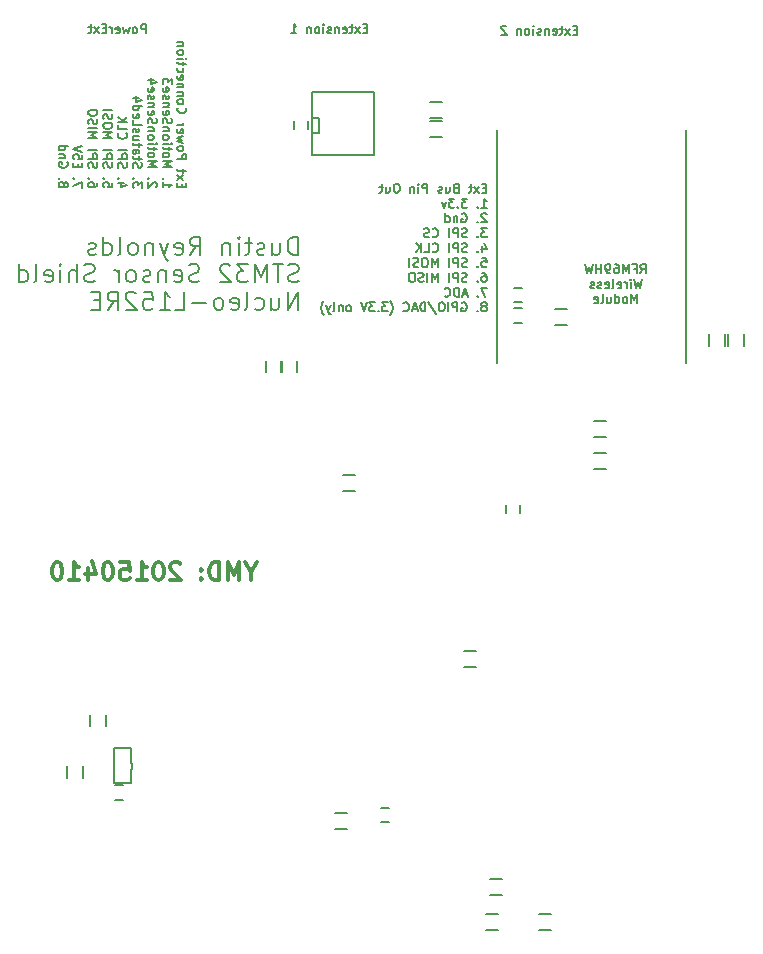
<source format=gbo>
G04 #@! TF.FileFunction,Legend,Bot*
%FSLAX46Y46*%
G04 Gerber Fmt 4.6, Leading zero omitted, Abs format (unit mm)*
G04 Created by KiCad (PCBNEW (2015-03-26 BZR 5542)-product) date 4/10/2015 4:12:41 PM*
%MOMM*%
G01*
G04 APERTURE LIST*
%ADD10C,0.100000*%
%ADD11C,0.300000*%
%ADD12C,0.190500*%
%ADD13C,0.150000*%
G04 APERTURE END LIST*
D10*
D11*
X146679998Y-94833286D02*
X146679998Y-95547571D01*
X147179998Y-94047571D02*
X146679998Y-94833286D01*
X146179998Y-94047571D01*
X145679998Y-95547571D02*
X145679998Y-94047571D01*
X145179998Y-95119000D01*
X144679998Y-94047571D01*
X144679998Y-95547571D01*
X143965712Y-95547571D02*
X143965712Y-94047571D01*
X143608569Y-94047571D01*
X143394284Y-94119000D01*
X143251426Y-94261857D01*
X143179998Y-94404714D01*
X143108569Y-94690429D01*
X143108569Y-94904714D01*
X143179998Y-95190429D01*
X143251426Y-95333286D01*
X143394284Y-95476143D01*
X143608569Y-95547571D01*
X143965712Y-95547571D01*
X142465712Y-95404714D02*
X142394284Y-95476143D01*
X142465712Y-95547571D01*
X142537141Y-95476143D01*
X142465712Y-95404714D01*
X142465712Y-95547571D01*
X142465712Y-94619000D02*
X142394284Y-94690429D01*
X142465712Y-94761857D01*
X142537141Y-94690429D01*
X142465712Y-94619000D01*
X142465712Y-94761857D01*
X140679998Y-94190429D02*
X140608569Y-94119000D01*
X140465712Y-94047571D01*
X140108569Y-94047571D01*
X139965712Y-94119000D01*
X139894283Y-94190429D01*
X139822855Y-94333286D01*
X139822855Y-94476143D01*
X139894283Y-94690429D01*
X140751426Y-95547571D01*
X139822855Y-95547571D01*
X138894284Y-94047571D02*
X138751427Y-94047571D01*
X138608570Y-94119000D01*
X138537141Y-94190429D01*
X138465712Y-94333286D01*
X138394284Y-94619000D01*
X138394284Y-94976143D01*
X138465712Y-95261857D01*
X138537141Y-95404714D01*
X138608570Y-95476143D01*
X138751427Y-95547571D01*
X138894284Y-95547571D01*
X139037141Y-95476143D01*
X139108570Y-95404714D01*
X139179998Y-95261857D01*
X139251427Y-94976143D01*
X139251427Y-94619000D01*
X139179998Y-94333286D01*
X139108570Y-94190429D01*
X139037141Y-94119000D01*
X138894284Y-94047571D01*
X136965713Y-95547571D02*
X137822856Y-95547571D01*
X137394284Y-95547571D02*
X137394284Y-94047571D01*
X137537141Y-94261857D01*
X137679999Y-94404714D01*
X137822856Y-94476143D01*
X135608570Y-94047571D02*
X136322856Y-94047571D01*
X136394285Y-94761857D01*
X136322856Y-94690429D01*
X136179999Y-94619000D01*
X135822856Y-94619000D01*
X135679999Y-94690429D01*
X135608570Y-94761857D01*
X135537142Y-94904714D01*
X135537142Y-95261857D01*
X135608570Y-95404714D01*
X135679999Y-95476143D01*
X135822856Y-95547571D01*
X136179999Y-95547571D01*
X136322856Y-95476143D01*
X136394285Y-95404714D01*
X134608571Y-94047571D02*
X134465714Y-94047571D01*
X134322857Y-94119000D01*
X134251428Y-94190429D01*
X134179999Y-94333286D01*
X134108571Y-94619000D01*
X134108571Y-94976143D01*
X134179999Y-95261857D01*
X134251428Y-95404714D01*
X134322857Y-95476143D01*
X134465714Y-95547571D01*
X134608571Y-95547571D01*
X134751428Y-95476143D01*
X134822857Y-95404714D01*
X134894285Y-95261857D01*
X134965714Y-94976143D01*
X134965714Y-94619000D01*
X134894285Y-94333286D01*
X134822857Y-94190429D01*
X134751428Y-94119000D01*
X134608571Y-94047571D01*
X132822857Y-94547571D02*
X132822857Y-95547571D01*
X133180000Y-93976143D02*
X133537143Y-95047571D01*
X132608571Y-95047571D01*
X131251429Y-95547571D02*
X132108572Y-95547571D01*
X131680000Y-95547571D02*
X131680000Y-94047571D01*
X131822857Y-94261857D01*
X131965715Y-94404714D01*
X132108572Y-94476143D01*
X130322858Y-94047571D02*
X130180001Y-94047571D01*
X130037144Y-94119000D01*
X129965715Y-94190429D01*
X129894286Y-94333286D01*
X129822858Y-94619000D01*
X129822858Y-94976143D01*
X129894286Y-95261857D01*
X129965715Y-95404714D01*
X130037144Y-95476143D01*
X130180001Y-95547571D01*
X130322858Y-95547571D01*
X130465715Y-95476143D01*
X130537144Y-95404714D01*
X130608572Y-95261857D01*
X130680001Y-94976143D01*
X130680001Y-94619000D01*
X130608572Y-94333286D01*
X130537144Y-94190429D01*
X130465715Y-94119000D01*
X130322858Y-94047571D01*
D12*
X140826309Y-62256851D02*
X140826309Y-62002851D01*
X140427166Y-61893994D02*
X140427166Y-62256851D01*
X141189166Y-62256851D01*
X141189166Y-61893994D01*
X140427166Y-61639994D02*
X140935166Y-61240851D01*
X140935166Y-61639994D02*
X140427166Y-61240851D01*
X140935166Y-61059423D02*
X140935166Y-60769137D01*
X141189166Y-60950565D02*
X140536023Y-60950565D01*
X140463451Y-60914280D01*
X140427166Y-60841708D01*
X140427166Y-60769137D01*
X140427166Y-59934565D02*
X141189166Y-59934565D01*
X141189166Y-59644280D01*
X141152880Y-59571708D01*
X141116594Y-59535423D01*
X141044023Y-59499137D01*
X140935166Y-59499137D01*
X140862594Y-59535423D01*
X140826309Y-59571708D01*
X140790023Y-59644280D01*
X140790023Y-59934565D01*
X140427166Y-59063708D02*
X140463451Y-59136280D01*
X140499737Y-59172565D01*
X140572309Y-59208851D01*
X140790023Y-59208851D01*
X140862594Y-59172565D01*
X140898880Y-59136280D01*
X140935166Y-59063708D01*
X140935166Y-58954851D01*
X140898880Y-58882280D01*
X140862594Y-58845994D01*
X140790023Y-58809708D01*
X140572309Y-58809708D01*
X140499737Y-58845994D01*
X140463451Y-58882280D01*
X140427166Y-58954851D01*
X140427166Y-59063708D01*
X140935166Y-58555708D02*
X140427166Y-58410565D01*
X140790023Y-58265422D01*
X140427166Y-58120279D01*
X140935166Y-57975136D01*
X140463451Y-57394565D02*
X140427166Y-57467136D01*
X140427166Y-57612279D01*
X140463451Y-57684850D01*
X140536023Y-57721136D01*
X140826309Y-57721136D01*
X140898880Y-57684850D01*
X140935166Y-57612279D01*
X140935166Y-57467136D01*
X140898880Y-57394565D01*
X140826309Y-57358279D01*
X140753737Y-57358279D01*
X140681166Y-57721136D01*
X140427166Y-57031707D02*
X140935166Y-57031707D01*
X140790023Y-57031707D02*
X140862594Y-56995422D01*
X140898880Y-56959136D01*
X140935166Y-56886565D01*
X140935166Y-56813993D01*
X140499737Y-55543994D02*
X140463451Y-55580280D01*
X140427166Y-55689137D01*
X140427166Y-55761708D01*
X140463451Y-55870565D01*
X140536023Y-55943137D01*
X140608594Y-55979422D01*
X140753737Y-56015708D01*
X140862594Y-56015708D01*
X141007737Y-55979422D01*
X141080309Y-55943137D01*
X141152880Y-55870565D01*
X141189166Y-55761708D01*
X141189166Y-55689137D01*
X141152880Y-55580280D01*
X141116594Y-55543994D01*
X140427166Y-55108565D02*
X140463451Y-55181137D01*
X140499737Y-55217422D01*
X140572309Y-55253708D01*
X140790023Y-55253708D01*
X140862594Y-55217422D01*
X140898880Y-55181137D01*
X140935166Y-55108565D01*
X140935166Y-54999708D01*
X140898880Y-54927137D01*
X140862594Y-54890851D01*
X140790023Y-54854565D01*
X140572309Y-54854565D01*
X140499737Y-54890851D01*
X140463451Y-54927137D01*
X140427166Y-54999708D01*
X140427166Y-55108565D01*
X140935166Y-54527993D02*
X140427166Y-54527993D01*
X140862594Y-54527993D02*
X140898880Y-54491708D01*
X140935166Y-54419136D01*
X140935166Y-54310279D01*
X140898880Y-54237708D01*
X140826309Y-54201422D01*
X140427166Y-54201422D01*
X140935166Y-53838564D02*
X140427166Y-53838564D01*
X140862594Y-53838564D02*
X140898880Y-53802279D01*
X140935166Y-53729707D01*
X140935166Y-53620850D01*
X140898880Y-53548279D01*
X140826309Y-53511993D01*
X140427166Y-53511993D01*
X140463451Y-52858850D02*
X140427166Y-52931421D01*
X140427166Y-53076564D01*
X140463451Y-53149135D01*
X140536023Y-53185421D01*
X140826309Y-53185421D01*
X140898880Y-53149135D01*
X140935166Y-53076564D01*
X140935166Y-52931421D01*
X140898880Y-52858850D01*
X140826309Y-52822564D01*
X140753737Y-52822564D01*
X140681166Y-53185421D01*
X140463451Y-52169421D02*
X140427166Y-52241992D01*
X140427166Y-52387135D01*
X140463451Y-52459707D01*
X140499737Y-52495992D01*
X140572309Y-52532278D01*
X140790023Y-52532278D01*
X140862594Y-52495992D01*
X140898880Y-52459707D01*
X140935166Y-52387135D01*
X140935166Y-52241992D01*
X140898880Y-52169421D01*
X140935166Y-51951707D02*
X140935166Y-51661421D01*
X141189166Y-51842849D02*
X140536023Y-51842849D01*
X140463451Y-51806564D01*
X140427166Y-51733992D01*
X140427166Y-51661421D01*
X140427166Y-51407420D02*
X140935166Y-51407420D01*
X141189166Y-51407420D02*
X141152880Y-51443706D01*
X141116594Y-51407420D01*
X141152880Y-51371135D01*
X141189166Y-51407420D01*
X141116594Y-51407420D01*
X140427166Y-50935706D02*
X140463451Y-51008278D01*
X140499737Y-51044563D01*
X140572309Y-51080849D01*
X140790023Y-51080849D01*
X140862594Y-51044563D01*
X140898880Y-51008278D01*
X140935166Y-50935706D01*
X140935166Y-50826849D01*
X140898880Y-50754278D01*
X140862594Y-50717992D01*
X140790023Y-50681706D01*
X140572309Y-50681706D01*
X140499737Y-50717992D01*
X140463451Y-50754278D01*
X140427166Y-50826849D01*
X140427166Y-50935706D01*
X140935166Y-50355134D02*
X140427166Y-50355134D01*
X140862594Y-50355134D02*
X140898880Y-50318849D01*
X140935166Y-50246277D01*
X140935166Y-50137420D01*
X140898880Y-50064849D01*
X140826309Y-50028563D01*
X140427166Y-50028563D01*
X139169866Y-61857709D02*
X139169866Y-62293137D01*
X139169866Y-62075423D02*
X139931866Y-62075423D01*
X139823009Y-62147994D01*
X139750437Y-62220566D01*
X139714151Y-62293137D01*
X139242437Y-61531137D02*
X139206151Y-61494852D01*
X139169866Y-61531137D01*
X139206151Y-61567423D01*
X139242437Y-61531137D01*
X139169866Y-61531137D01*
X139169866Y-60587709D02*
X139931866Y-60587709D01*
X139387580Y-60333709D01*
X139931866Y-60079709D01*
X139169866Y-60079709D01*
X139169866Y-59607995D02*
X139206151Y-59680567D01*
X139242437Y-59716852D01*
X139315009Y-59753138D01*
X139532723Y-59753138D01*
X139605294Y-59716852D01*
X139641580Y-59680567D01*
X139677866Y-59607995D01*
X139677866Y-59499138D01*
X139641580Y-59426567D01*
X139605294Y-59390281D01*
X139532723Y-59353995D01*
X139315009Y-59353995D01*
X139242437Y-59390281D01*
X139206151Y-59426567D01*
X139169866Y-59499138D01*
X139169866Y-59607995D01*
X139677866Y-59136281D02*
X139677866Y-58845995D01*
X139931866Y-59027423D02*
X139278723Y-59027423D01*
X139206151Y-58991138D01*
X139169866Y-58918566D01*
X139169866Y-58845995D01*
X139169866Y-58591994D02*
X139677866Y-58591994D01*
X139931866Y-58591994D02*
X139895580Y-58628280D01*
X139859294Y-58591994D01*
X139895580Y-58555709D01*
X139931866Y-58591994D01*
X139859294Y-58591994D01*
X139169866Y-58120280D02*
X139206151Y-58192852D01*
X139242437Y-58229137D01*
X139315009Y-58265423D01*
X139532723Y-58265423D01*
X139605294Y-58229137D01*
X139641580Y-58192852D01*
X139677866Y-58120280D01*
X139677866Y-58011423D01*
X139641580Y-57938852D01*
X139605294Y-57902566D01*
X139532723Y-57866280D01*
X139315009Y-57866280D01*
X139242437Y-57902566D01*
X139206151Y-57938852D01*
X139169866Y-58011423D01*
X139169866Y-58120280D01*
X139677866Y-57539708D02*
X139169866Y-57539708D01*
X139605294Y-57539708D02*
X139641580Y-57503423D01*
X139677866Y-57430851D01*
X139677866Y-57321994D01*
X139641580Y-57249423D01*
X139569009Y-57213137D01*
X139169866Y-57213137D01*
X139206151Y-56886565D02*
X139169866Y-56777708D01*
X139169866Y-56596279D01*
X139206151Y-56523708D01*
X139242437Y-56487422D01*
X139315009Y-56451137D01*
X139387580Y-56451137D01*
X139460151Y-56487422D01*
X139496437Y-56523708D01*
X139532723Y-56596279D01*
X139569009Y-56741422D01*
X139605294Y-56813994D01*
X139641580Y-56850279D01*
X139714151Y-56886565D01*
X139786723Y-56886565D01*
X139859294Y-56850279D01*
X139895580Y-56813994D01*
X139931866Y-56741422D01*
X139931866Y-56559994D01*
X139895580Y-56451137D01*
X139206151Y-55834280D02*
X139169866Y-55906851D01*
X139169866Y-56051994D01*
X139206151Y-56124565D01*
X139278723Y-56160851D01*
X139569009Y-56160851D01*
X139641580Y-56124565D01*
X139677866Y-56051994D01*
X139677866Y-55906851D01*
X139641580Y-55834280D01*
X139569009Y-55797994D01*
X139496437Y-55797994D01*
X139423866Y-56160851D01*
X139677866Y-55471422D02*
X139169866Y-55471422D01*
X139605294Y-55471422D02*
X139641580Y-55435137D01*
X139677866Y-55362565D01*
X139677866Y-55253708D01*
X139641580Y-55181137D01*
X139569009Y-55144851D01*
X139169866Y-55144851D01*
X139206151Y-54818279D02*
X139169866Y-54745708D01*
X139169866Y-54600565D01*
X139206151Y-54527993D01*
X139278723Y-54491708D01*
X139315009Y-54491708D01*
X139387580Y-54527993D01*
X139423866Y-54600565D01*
X139423866Y-54709422D01*
X139460151Y-54781993D01*
X139532723Y-54818279D01*
X139569009Y-54818279D01*
X139641580Y-54781993D01*
X139677866Y-54709422D01*
X139677866Y-54600565D01*
X139641580Y-54527993D01*
X139206151Y-53874851D02*
X139169866Y-53947422D01*
X139169866Y-54092565D01*
X139206151Y-54165136D01*
X139278723Y-54201422D01*
X139569009Y-54201422D01*
X139641580Y-54165136D01*
X139677866Y-54092565D01*
X139677866Y-53947422D01*
X139641580Y-53874851D01*
X139569009Y-53838565D01*
X139496437Y-53838565D01*
X139423866Y-54201422D01*
X139931866Y-53584565D02*
X139931866Y-53112851D01*
X139641580Y-53366851D01*
X139641580Y-53257993D01*
X139605294Y-53185422D01*
X139569009Y-53149136D01*
X139496437Y-53112851D01*
X139315009Y-53112851D01*
X139242437Y-53149136D01*
X139206151Y-53185422D01*
X139169866Y-53257993D01*
X139169866Y-53475708D01*
X139206151Y-53548279D01*
X139242437Y-53584565D01*
X138601994Y-62293137D02*
X138638280Y-62256851D01*
X138674566Y-62184280D01*
X138674566Y-62002851D01*
X138638280Y-61930280D01*
X138601994Y-61893994D01*
X138529423Y-61857709D01*
X138456851Y-61857709D01*
X138347994Y-61893994D01*
X137912566Y-62329423D01*
X137912566Y-61857709D01*
X137985137Y-61531137D02*
X137948851Y-61494852D01*
X137912566Y-61531137D01*
X137948851Y-61567423D01*
X137985137Y-61531137D01*
X137912566Y-61531137D01*
X137912566Y-60587709D02*
X138674566Y-60587709D01*
X138130280Y-60333709D01*
X138674566Y-60079709D01*
X137912566Y-60079709D01*
X137912566Y-59607995D02*
X137948851Y-59680567D01*
X137985137Y-59716852D01*
X138057709Y-59753138D01*
X138275423Y-59753138D01*
X138347994Y-59716852D01*
X138384280Y-59680567D01*
X138420566Y-59607995D01*
X138420566Y-59499138D01*
X138384280Y-59426567D01*
X138347994Y-59390281D01*
X138275423Y-59353995D01*
X138057709Y-59353995D01*
X137985137Y-59390281D01*
X137948851Y-59426567D01*
X137912566Y-59499138D01*
X137912566Y-59607995D01*
X138420566Y-59136281D02*
X138420566Y-58845995D01*
X138674566Y-59027423D02*
X138021423Y-59027423D01*
X137948851Y-58991138D01*
X137912566Y-58918566D01*
X137912566Y-58845995D01*
X137912566Y-58591994D02*
X138420566Y-58591994D01*
X138674566Y-58591994D02*
X138638280Y-58628280D01*
X138601994Y-58591994D01*
X138638280Y-58555709D01*
X138674566Y-58591994D01*
X138601994Y-58591994D01*
X137912566Y-58120280D02*
X137948851Y-58192852D01*
X137985137Y-58229137D01*
X138057709Y-58265423D01*
X138275423Y-58265423D01*
X138347994Y-58229137D01*
X138384280Y-58192852D01*
X138420566Y-58120280D01*
X138420566Y-58011423D01*
X138384280Y-57938852D01*
X138347994Y-57902566D01*
X138275423Y-57866280D01*
X138057709Y-57866280D01*
X137985137Y-57902566D01*
X137948851Y-57938852D01*
X137912566Y-58011423D01*
X137912566Y-58120280D01*
X138420566Y-57539708D02*
X137912566Y-57539708D01*
X138347994Y-57539708D02*
X138384280Y-57503423D01*
X138420566Y-57430851D01*
X138420566Y-57321994D01*
X138384280Y-57249423D01*
X138311709Y-57213137D01*
X137912566Y-57213137D01*
X137948851Y-56886565D02*
X137912566Y-56777708D01*
X137912566Y-56596279D01*
X137948851Y-56523708D01*
X137985137Y-56487422D01*
X138057709Y-56451137D01*
X138130280Y-56451137D01*
X138202851Y-56487422D01*
X138239137Y-56523708D01*
X138275423Y-56596279D01*
X138311709Y-56741422D01*
X138347994Y-56813994D01*
X138384280Y-56850279D01*
X138456851Y-56886565D01*
X138529423Y-56886565D01*
X138601994Y-56850279D01*
X138638280Y-56813994D01*
X138674566Y-56741422D01*
X138674566Y-56559994D01*
X138638280Y-56451137D01*
X137948851Y-55834280D02*
X137912566Y-55906851D01*
X137912566Y-56051994D01*
X137948851Y-56124565D01*
X138021423Y-56160851D01*
X138311709Y-56160851D01*
X138384280Y-56124565D01*
X138420566Y-56051994D01*
X138420566Y-55906851D01*
X138384280Y-55834280D01*
X138311709Y-55797994D01*
X138239137Y-55797994D01*
X138166566Y-56160851D01*
X138420566Y-55471422D02*
X137912566Y-55471422D01*
X138347994Y-55471422D02*
X138384280Y-55435137D01*
X138420566Y-55362565D01*
X138420566Y-55253708D01*
X138384280Y-55181137D01*
X138311709Y-55144851D01*
X137912566Y-55144851D01*
X137948851Y-54818279D02*
X137912566Y-54745708D01*
X137912566Y-54600565D01*
X137948851Y-54527993D01*
X138021423Y-54491708D01*
X138057709Y-54491708D01*
X138130280Y-54527993D01*
X138166566Y-54600565D01*
X138166566Y-54709422D01*
X138202851Y-54781993D01*
X138275423Y-54818279D01*
X138311709Y-54818279D01*
X138384280Y-54781993D01*
X138420566Y-54709422D01*
X138420566Y-54600565D01*
X138384280Y-54527993D01*
X137948851Y-53874851D02*
X137912566Y-53947422D01*
X137912566Y-54092565D01*
X137948851Y-54165136D01*
X138021423Y-54201422D01*
X138311709Y-54201422D01*
X138384280Y-54165136D01*
X138420566Y-54092565D01*
X138420566Y-53947422D01*
X138384280Y-53874851D01*
X138311709Y-53838565D01*
X138239137Y-53838565D01*
X138166566Y-54201422D01*
X138420566Y-53185422D02*
X137912566Y-53185422D01*
X138710851Y-53366851D02*
X138166566Y-53548279D01*
X138166566Y-53076565D01*
X137417266Y-62329423D02*
X137417266Y-61857709D01*
X137126980Y-62111709D01*
X137126980Y-62002851D01*
X137090694Y-61930280D01*
X137054409Y-61893994D01*
X136981837Y-61857709D01*
X136800409Y-61857709D01*
X136727837Y-61893994D01*
X136691551Y-61930280D01*
X136655266Y-62002851D01*
X136655266Y-62220566D01*
X136691551Y-62293137D01*
X136727837Y-62329423D01*
X136727837Y-61531137D02*
X136691551Y-61494852D01*
X136655266Y-61531137D01*
X136691551Y-61567423D01*
X136727837Y-61531137D01*
X136655266Y-61531137D01*
X136691551Y-60623995D02*
X136655266Y-60515138D01*
X136655266Y-60333709D01*
X136691551Y-60261138D01*
X136727837Y-60224852D01*
X136800409Y-60188567D01*
X136872980Y-60188567D01*
X136945551Y-60224852D01*
X136981837Y-60261138D01*
X137018123Y-60333709D01*
X137054409Y-60478852D01*
X137090694Y-60551424D01*
X137126980Y-60587709D01*
X137199551Y-60623995D01*
X137272123Y-60623995D01*
X137344694Y-60587709D01*
X137380980Y-60551424D01*
X137417266Y-60478852D01*
X137417266Y-60297424D01*
X137380980Y-60188567D01*
X137163266Y-59970853D02*
X137163266Y-59680567D01*
X137417266Y-59861995D02*
X136764123Y-59861995D01*
X136691551Y-59825710D01*
X136655266Y-59753138D01*
X136655266Y-59680567D01*
X136655266Y-59099995D02*
X137054409Y-59099995D01*
X137126980Y-59136281D01*
X137163266Y-59208852D01*
X137163266Y-59353995D01*
X137126980Y-59426566D01*
X136691551Y-59099995D02*
X136655266Y-59172566D01*
X136655266Y-59353995D01*
X136691551Y-59426566D01*
X136764123Y-59462852D01*
X136836694Y-59462852D01*
X136909266Y-59426566D01*
X136945551Y-59353995D01*
X136945551Y-59172566D01*
X136981837Y-59099995D01*
X137163266Y-58845995D02*
X137163266Y-58555709D01*
X137417266Y-58737137D02*
X136764123Y-58737137D01*
X136691551Y-58700852D01*
X136655266Y-58628280D01*
X136655266Y-58555709D01*
X137163266Y-57975137D02*
X136655266Y-57975137D01*
X137163266Y-58301708D02*
X136764123Y-58301708D01*
X136691551Y-58265423D01*
X136655266Y-58192851D01*
X136655266Y-58083994D01*
X136691551Y-58011423D01*
X136727837Y-57975137D01*
X136691551Y-57648565D02*
X136655266Y-57575994D01*
X136655266Y-57430851D01*
X136691551Y-57358279D01*
X136764123Y-57321994D01*
X136800409Y-57321994D01*
X136872980Y-57358279D01*
X136909266Y-57430851D01*
X136909266Y-57539708D01*
X136945551Y-57612279D01*
X137018123Y-57648565D01*
X137054409Y-57648565D01*
X137126980Y-57612279D01*
X137163266Y-57539708D01*
X137163266Y-57430851D01*
X137126980Y-57358279D01*
X136655266Y-56632565D02*
X136655266Y-56995422D01*
X137417266Y-56995422D01*
X136691551Y-56088280D02*
X136655266Y-56160851D01*
X136655266Y-56305994D01*
X136691551Y-56378565D01*
X136764123Y-56414851D01*
X137054409Y-56414851D01*
X137126980Y-56378565D01*
X137163266Y-56305994D01*
X137163266Y-56160851D01*
X137126980Y-56088280D01*
X137054409Y-56051994D01*
X136981837Y-56051994D01*
X136909266Y-56414851D01*
X136655266Y-55398851D02*
X137417266Y-55398851D01*
X136691551Y-55398851D02*
X136655266Y-55471422D01*
X136655266Y-55616565D01*
X136691551Y-55689137D01*
X136727837Y-55725422D01*
X136800409Y-55761708D01*
X137018123Y-55761708D01*
X137090694Y-55725422D01*
X137126980Y-55689137D01*
X137163266Y-55616565D01*
X137163266Y-55471422D01*
X137126980Y-55398851D01*
X137163266Y-54709422D02*
X136655266Y-54709422D01*
X137453551Y-54890851D02*
X136909266Y-55072279D01*
X136909266Y-54600565D01*
X135905966Y-61930280D02*
X135397966Y-61930280D01*
X136196251Y-62111709D02*
X135651966Y-62293137D01*
X135651966Y-61821423D01*
X135470537Y-61531137D02*
X135434251Y-61494852D01*
X135397966Y-61531137D01*
X135434251Y-61567423D01*
X135470537Y-61531137D01*
X135397966Y-61531137D01*
X135434251Y-60623995D02*
X135397966Y-60515138D01*
X135397966Y-60333709D01*
X135434251Y-60261138D01*
X135470537Y-60224852D01*
X135543109Y-60188567D01*
X135615680Y-60188567D01*
X135688251Y-60224852D01*
X135724537Y-60261138D01*
X135760823Y-60333709D01*
X135797109Y-60478852D01*
X135833394Y-60551424D01*
X135869680Y-60587709D01*
X135942251Y-60623995D01*
X136014823Y-60623995D01*
X136087394Y-60587709D01*
X136123680Y-60551424D01*
X136159966Y-60478852D01*
X136159966Y-60297424D01*
X136123680Y-60188567D01*
X135397966Y-59861995D02*
X136159966Y-59861995D01*
X136159966Y-59571710D01*
X136123680Y-59499138D01*
X136087394Y-59462853D01*
X136014823Y-59426567D01*
X135905966Y-59426567D01*
X135833394Y-59462853D01*
X135797109Y-59499138D01*
X135760823Y-59571710D01*
X135760823Y-59861995D01*
X135397966Y-59099995D02*
X136159966Y-59099995D01*
X135470537Y-57721139D02*
X135434251Y-57757425D01*
X135397966Y-57866282D01*
X135397966Y-57938853D01*
X135434251Y-58047710D01*
X135506823Y-58120282D01*
X135579394Y-58156567D01*
X135724537Y-58192853D01*
X135833394Y-58192853D01*
X135978537Y-58156567D01*
X136051109Y-58120282D01*
X136123680Y-58047710D01*
X136159966Y-57938853D01*
X136159966Y-57866282D01*
X136123680Y-57757425D01*
X136087394Y-57721139D01*
X135397966Y-57031710D02*
X135397966Y-57394567D01*
X136159966Y-57394567D01*
X135397966Y-56777710D02*
X136159966Y-56777710D01*
X135397966Y-56342282D02*
X135833394Y-56668853D01*
X136159966Y-56342282D02*
X135724537Y-56777710D01*
X134902666Y-61893994D02*
X134902666Y-62256851D01*
X134539809Y-62293137D01*
X134576094Y-62256851D01*
X134612380Y-62184280D01*
X134612380Y-62002851D01*
X134576094Y-61930280D01*
X134539809Y-61893994D01*
X134467237Y-61857709D01*
X134285809Y-61857709D01*
X134213237Y-61893994D01*
X134176951Y-61930280D01*
X134140666Y-62002851D01*
X134140666Y-62184280D01*
X134176951Y-62256851D01*
X134213237Y-62293137D01*
X134213237Y-61531137D02*
X134176951Y-61494852D01*
X134140666Y-61531137D01*
X134176951Y-61567423D01*
X134213237Y-61531137D01*
X134140666Y-61531137D01*
X134176951Y-60623995D02*
X134140666Y-60515138D01*
X134140666Y-60333709D01*
X134176951Y-60261138D01*
X134213237Y-60224852D01*
X134285809Y-60188567D01*
X134358380Y-60188567D01*
X134430951Y-60224852D01*
X134467237Y-60261138D01*
X134503523Y-60333709D01*
X134539809Y-60478852D01*
X134576094Y-60551424D01*
X134612380Y-60587709D01*
X134684951Y-60623995D01*
X134757523Y-60623995D01*
X134830094Y-60587709D01*
X134866380Y-60551424D01*
X134902666Y-60478852D01*
X134902666Y-60297424D01*
X134866380Y-60188567D01*
X134140666Y-59861995D02*
X134902666Y-59861995D01*
X134902666Y-59571710D01*
X134866380Y-59499138D01*
X134830094Y-59462853D01*
X134757523Y-59426567D01*
X134648666Y-59426567D01*
X134576094Y-59462853D01*
X134539809Y-59499138D01*
X134503523Y-59571710D01*
X134503523Y-59861995D01*
X134140666Y-59099995D02*
X134902666Y-59099995D01*
X134140666Y-58156567D02*
X134902666Y-58156567D01*
X134358380Y-57902567D01*
X134902666Y-57648567D01*
X134140666Y-57648567D01*
X134902666Y-57140568D02*
X134902666Y-56995425D01*
X134866380Y-56922853D01*
X134793809Y-56850282D01*
X134648666Y-56813996D01*
X134394666Y-56813996D01*
X134249523Y-56850282D01*
X134176951Y-56922853D01*
X134140666Y-56995425D01*
X134140666Y-57140568D01*
X134176951Y-57213139D01*
X134249523Y-57285710D01*
X134394666Y-57321996D01*
X134648666Y-57321996D01*
X134793809Y-57285710D01*
X134866380Y-57213139D01*
X134902666Y-57140568D01*
X134176951Y-56523710D02*
X134140666Y-56414853D01*
X134140666Y-56233424D01*
X134176951Y-56160853D01*
X134213237Y-56124567D01*
X134285809Y-56088282D01*
X134358380Y-56088282D01*
X134430951Y-56124567D01*
X134467237Y-56160853D01*
X134503523Y-56233424D01*
X134539809Y-56378567D01*
X134576094Y-56451139D01*
X134612380Y-56487424D01*
X134684951Y-56523710D01*
X134757523Y-56523710D01*
X134830094Y-56487424D01*
X134866380Y-56451139D01*
X134902666Y-56378567D01*
X134902666Y-56197139D01*
X134866380Y-56088282D01*
X134140666Y-55761710D02*
X134902666Y-55761710D01*
X133645366Y-61930280D02*
X133645366Y-62075423D01*
X133609080Y-62147994D01*
X133572794Y-62184280D01*
X133463937Y-62256851D01*
X133318794Y-62293137D01*
X133028509Y-62293137D01*
X132955937Y-62256851D01*
X132919651Y-62220566D01*
X132883366Y-62147994D01*
X132883366Y-62002851D01*
X132919651Y-61930280D01*
X132955937Y-61893994D01*
X133028509Y-61857709D01*
X133209937Y-61857709D01*
X133282509Y-61893994D01*
X133318794Y-61930280D01*
X133355080Y-62002851D01*
X133355080Y-62147994D01*
X133318794Y-62220566D01*
X133282509Y-62256851D01*
X133209937Y-62293137D01*
X132955937Y-61531137D02*
X132919651Y-61494852D01*
X132883366Y-61531137D01*
X132919651Y-61567423D01*
X132955937Y-61531137D01*
X132883366Y-61531137D01*
X132919651Y-60623995D02*
X132883366Y-60515138D01*
X132883366Y-60333709D01*
X132919651Y-60261138D01*
X132955937Y-60224852D01*
X133028509Y-60188567D01*
X133101080Y-60188567D01*
X133173651Y-60224852D01*
X133209937Y-60261138D01*
X133246223Y-60333709D01*
X133282509Y-60478852D01*
X133318794Y-60551424D01*
X133355080Y-60587709D01*
X133427651Y-60623995D01*
X133500223Y-60623995D01*
X133572794Y-60587709D01*
X133609080Y-60551424D01*
X133645366Y-60478852D01*
X133645366Y-60297424D01*
X133609080Y-60188567D01*
X132883366Y-59861995D02*
X133645366Y-59861995D01*
X133645366Y-59571710D01*
X133609080Y-59499138D01*
X133572794Y-59462853D01*
X133500223Y-59426567D01*
X133391366Y-59426567D01*
X133318794Y-59462853D01*
X133282509Y-59499138D01*
X133246223Y-59571710D01*
X133246223Y-59861995D01*
X132883366Y-59099995D02*
X133645366Y-59099995D01*
X132883366Y-58156567D02*
X133645366Y-58156567D01*
X133101080Y-57902567D01*
X133645366Y-57648567D01*
X132883366Y-57648567D01*
X132883366Y-57285710D02*
X133645366Y-57285710D01*
X132919651Y-56959139D02*
X132883366Y-56850282D01*
X132883366Y-56668853D01*
X132919651Y-56596282D01*
X132955937Y-56559996D01*
X133028509Y-56523711D01*
X133101080Y-56523711D01*
X133173651Y-56559996D01*
X133209937Y-56596282D01*
X133246223Y-56668853D01*
X133282509Y-56813996D01*
X133318794Y-56886568D01*
X133355080Y-56922853D01*
X133427651Y-56959139D01*
X133500223Y-56959139D01*
X133572794Y-56922853D01*
X133609080Y-56886568D01*
X133645366Y-56813996D01*
X133645366Y-56632568D01*
X133609080Y-56523711D01*
X133645366Y-56051997D02*
X133645366Y-55906854D01*
X133609080Y-55834282D01*
X133536509Y-55761711D01*
X133391366Y-55725425D01*
X133137366Y-55725425D01*
X132992223Y-55761711D01*
X132919651Y-55834282D01*
X132883366Y-55906854D01*
X132883366Y-56051997D01*
X132919651Y-56124568D01*
X132992223Y-56197139D01*
X133137366Y-56233425D01*
X133391366Y-56233425D01*
X133536509Y-56197139D01*
X133609080Y-56124568D01*
X133645366Y-56051997D01*
X132388066Y-62329423D02*
X132388066Y-61821423D01*
X131626066Y-62147994D01*
X131698637Y-61531137D02*
X131662351Y-61494852D01*
X131626066Y-61531137D01*
X131662351Y-61567423D01*
X131698637Y-61531137D01*
X131626066Y-61531137D01*
X132025209Y-60587709D02*
X132025209Y-60333709D01*
X131626066Y-60224852D02*
X131626066Y-60587709D01*
X132388066Y-60587709D01*
X132388066Y-60224852D01*
X132388066Y-59535423D02*
X132388066Y-59898280D01*
X132025209Y-59934566D01*
X132061494Y-59898280D01*
X132097780Y-59825709D01*
X132097780Y-59644280D01*
X132061494Y-59571709D01*
X132025209Y-59535423D01*
X131952637Y-59499138D01*
X131771209Y-59499138D01*
X131698637Y-59535423D01*
X131662351Y-59571709D01*
X131626066Y-59644280D01*
X131626066Y-59825709D01*
X131662351Y-59898280D01*
X131698637Y-59934566D01*
X132388066Y-59281424D02*
X131626066Y-59027424D01*
X132388066Y-58773424D01*
X130804194Y-62147994D02*
X130840480Y-62220566D01*
X130876766Y-62256851D01*
X130949337Y-62293137D01*
X130985623Y-62293137D01*
X131058194Y-62256851D01*
X131094480Y-62220566D01*
X131130766Y-62147994D01*
X131130766Y-62002851D01*
X131094480Y-61930280D01*
X131058194Y-61893994D01*
X130985623Y-61857709D01*
X130949337Y-61857709D01*
X130876766Y-61893994D01*
X130840480Y-61930280D01*
X130804194Y-62002851D01*
X130804194Y-62147994D01*
X130767909Y-62220566D01*
X130731623Y-62256851D01*
X130659051Y-62293137D01*
X130513909Y-62293137D01*
X130441337Y-62256851D01*
X130405051Y-62220566D01*
X130368766Y-62147994D01*
X130368766Y-62002851D01*
X130405051Y-61930280D01*
X130441337Y-61893994D01*
X130513909Y-61857709D01*
X130659051Y-61857709D01*
X130731623Y-61893994D01*
X130767909Y-61930280D01*
X130804194Y-62002851D01*
X130441337Y-61531137D02*
X130405051Y-61494852D01*
X130368766Y-61531137D01*
X130405051Y-61567423D01*
X130441337Y-61531137D01*
X130368766Y-61531137D01*
X131094480Y-60188567D02*
X131130766Y-60261138D01*
X131130766Y-60369995D01*
X131094480Y-60478852D01*
X131021909Y-60551424D01*
X130949337Y-60587709D01*
X130804194Y-60623995D01*
X130695337Y-60623995D01*
X130550194Y-60587709D01*
X130477623Y-60551424D01*
X130405051Y-60478852D01*
X130368766Y-60369995D01*
X130368766Y-60297424D01*
X130405051Y-60188567D01*
X130441337Y-60152281D01*
X130695337Y-60152281D01*
X130695337Y-60297424D01*
X130876766Y-59825709D02*
X130368766Y-59825709D01*
X130804194Y-59825709D02*
X130840480Y-59789424D01*
X130876766Y-59716852D01*
X130876766Y-59607995D01*
X130840480Y-59535424D01*
X130767909Y-59499138D01*
X130368766Y-59499138D01*
X130368766Y-58809709D02*
X131130766Y-58809709D01*
X130405051Y-58809709D02*
X130368766Y-58882280D01*
X130368766Y-59027423D01*
X130405051Y-59099995D01*
X130441337Y-59136280D01*
X130513909Y-59172566D01*
X130731623Y-59172566D01*
X130804194Y-59136280D01*
X130840480Y-59099995D01*
X130876766Y-59027423D01*
X130876766Y-58882280D01*
X130840480Y-58809709D01*
X166569571Y-62353371D02*
X166315571Y-62353371D01*
X166206714Y-62752514D02*
X166569571Y-62752514D01*
X166569571Y-61990514D01*
X166206714Y-61990514D01*
X165952714Y-62752514D02*
X165553571Y-62244514D01*
X165952714Y-62244514D02*
X165553571Y-62752514D01*
X165372143Y-62244514D02*
X165081857Y-62244514D01*
X165263285Y-61990514D02*
X165263285Y-62643657D01*
X165227000Y-62716229D01*
X165154428Y-62752514D01*
X165081857Y-62752514D01*
X163993285Y-62353371D02*
X163884428Y-62389657D01*
X163848143Y-62425943D01*
X163811857Y-62498514D01*
X163811857Y-62607371D01*
X163848143Y-62679943D01*
X163884428Y-62716229D01*
X163957000Y-62752514D01*
X164247285Y-62752514D01*
X164247285Y-61990514D01*
X163993285Y-61990514D01*
X163920714Y-62026800D01*
X163884428Y-62063086D01*
X163848143Y-62135657D01*
X163848143Y-62208229D01*
X163884428Y-62280800D01*
X163920714Y-62317086D01*
X163993285Y-62353371D01*
X164247285Y-62353371D01*
X163158714Y-62244514D02*
X163158714Y-62752514D01*
X163485285Y-62244514D02*
X163485285Y-62643657D01*
X163449000Y-62716229D01*
X163376428Y-62752514D01*
X163267571Y-62752514D01*
X163195000Y-62716229D01*
X163158714Y-62679943D01*
X162832142Y-62716229D02*
X162759571Y-62752514D01*
X162614428Y-62752514D01*
X162541856Y-62716229D01*
X162505571Y-62643657D01*
X162505571Y-62607371D01*
X162541856Y-62534800D01*
X162614428Y-62498514D01*
X162723285Y-62498514D01*
X162795856Y-62462229D01*
X162832142Y-62389657D01*
X162832142Y-62353371D01*
X162795856Y-62280800D01*
X162723285Y-62244514D01*
X162614428Y-62244514D01*
X162541856Y-62280800D01*
X161598428Y-62752514D02*
X161598428Y-61990514D01*
X161308143Y-61990514D01*
X161235571Y-62026800D01*
X161199286Y-62063086D01*
X161163000Y-62135657D01*
X161163000Y-62244514D01*
X161199286Y-62317086D01*
X161235571Y-62353371D01*
X161308143Y-62389657D01*
X161598428Y-62389657D01*
X160836428Y-62752514D02*
X160836428Y-62244514D01*
X160836428Y-61990514D02*
X160872714Y-62026800D01*
X160836428Y-62063086D01*
X160800143Y-62026800D01*
X160836428Y-61990514D01*
X160836428Y-62063086D01*
X160473571Y-62244514D02*
X160473571Y-62752514D01*
X160473571Y-62317086D02*
X160437286Y-62280800D01*
X160364714Y-62244514D01*
X160255857Y-62244514D01*
X160183286Y-62280800D01*
X160147000Y-62353371D01*
X160147000Y-62752514D01*
X159058429Y-61990514D02*
X158913286Y-61990514D01*
X158840714Y-62026800D01*
X158768143Y-62099371D01*
X158731857Y-62244514D01*
X158731857Y-62498514D01*
X158768143Y-62643657D01*
X158840714Y-62716229D01*
X158913286Y-62752514D01*
X159058429Y-62752514D01*
X159131000Y-62716229D01*
X159203571Y-62643657D01*
X159239857Y-62498514D01*
X159239857Y-62244514D01*
X159203571Y-62099371D01*
X159131000Y-62026800D01*
X159058429Y-61990514D01*
X158078714Y-62244514D02*
X158078714Y-62752514D01*
X158405285Y-62244514D02*
X158405285Y-62643657D01*
X158369000Y-62716229D01*
X158296428Y-62752514D01*
X158187571Y-62752514D01*
X158115000Y-62716229D01*
X158078714Y-62679943D01*
X157824714Y-62244514D02*
X157534428Y-62244514D01*
X157715856Y-61990514D02*
X157715856Y-62643657D01*
X157679571Y-62716229D01*
X157606999Y-62752514D01*
X157534428Y-62752514D01*
X166170429Y-64009814D02*
X166605857Y-64009814D01*
X166388143Y-64009814D02*
X166388143Y-63247814D01*
X166460714Y-63356671D01*
X166533286Y-63429243D01*
X166605857Y-63465529D01*
X165843857Y-63937243D02*
X165807572Y-63973529D01*
X165843857Y-64009814D01*
X165880143Y-63973529D01*
X165843857Y-63937243D01*
X165843857Y-64009814D01*
X164973001Y-63247814D02*
X164501287Y-63247814D01*
X164755287Y-63538100D01*
X164646429Y-63538100D01*
X164573858Y-63574386D01*
X164537572Y-63610671D01*
X164501287Y-63683243D01*
X164501287Y-63864671D01*
X164537572Y-63937243D01*
X164573858Y-63973529D01*
X164646429Y-64009814D01*
X164864144Y-64009814D01*
X164936715Y-63973529D01*
X164973001Y-63937243D01*
X164174715Y-63937243D02*
X164138430Y-63973529D01*
X164174715Y-64009814D01*
X164211001Y-63973529D01*
X164174715Y-63937243D01*
X164174715Y-64009814D01*
X163884430Y-63247814D02*
X163412716Y-63247814D01*
X163666716Y-63538100D01*
X163557858Y-63538100D01*
X163485287Y-63574386D01*
X163449001Y-63610671D01*
X163412716Y-63683243D01*
X163412716Y-63864671D01*
X163449001Y-63937243D01*
X163485287Y-63973529D01*
X163557858Y-64009814D01*
X163775573Y-64009814D01*
X163848144Y-63973529D01*
X163884430Y-63937243D01*
X163158716Y-63501814D02*
X162977287Y-64009814D01*
X162795859Y-63501814D01*
X166605857Y-64577686D02*
X166569571Y-64541400D01*
X166497000Y-64505114D01*
X166315571Y-64505114D01*
X166243000Y-64541400D01*
X166206714Y-64577686D01*
X166170429Y-64650257D01*
X166170429Y-64722829D01*
X166206714Y-64831686D01*
X166642143Y-65267114D01*
X166170429Y-65267114D01*
X165843857Y-65194543D02*
X165807572Y-65230829D01*
X165843857Y-65267114D01*
X165880143Y-65230829D01*
X165843857Y-65194543D01*
X165843857Y-65267114D01*
X164501287Y-64541400D02*
X164573858Y-64505114D01*
X164682715Y-64505114D01*
X164791572Y-64541400D01*
X164864144Y-64613971D01*
X164900429Y-64686543D01*
X164936715Y-64831686D01*
X164936715Y-64940543D01*
X164900429Y-65085686D01*
X164864144Y-65158257D01*
X164791572Y-65230829D01*
X164682715Y-65267114D01*
X164610144Y-65267114D01*
X164501287Y-65230829D01*
X164465001Y-65194543D01*
X164465001Y-64940543D01*
X164610144Y-64940543D01*
X164138429Y-64759114D02*
X164138429Y-65267114D01*
X164138429Y-64831686D02*
X164102144Y-64795400D01*
X164029572Y-64759114D01*
X163920715Y-64759114D01*
X163848144Y-64795400D01*
X163811858Y-64867971D01*
X163811858Y-65267114D01*
X163122429Y-65267114D02*
X163122429Y-64505114D01*
X163122429Y-65230829D02*
X163195000Y-65267114D01*
X163340143Y-65267114D01*
X163412715Y-65230829D01*
X163449000Y-65194543D01*
X163485286Y-65121971D01*
X163485286Y-64904257D01*
X163449000Y-64831686D01*
X163412715Y-64795400D01*
X163340143Y-64759114D01*
X163195000Y-64759114D01*
X163122429Y-64795400D01*
X166642143Y-65762414D02*
X166170429Y-65762414D01*
X166424429Y-66052700D01*
X166315571Y-66052700D01*
X166243000Y-66088986D01*
X166206714Y-66125271D01*
X166170429Y-66197843D01*
X166170429Y-66379271D01*
X166206714Y-66451843D01*
X166243000Y-66488129D01*
X166315571Y-66524414D01*
X166533286Y-66524414D01*
X166605857Y-66488129D01*
X166642143Y-66451843D01*
X165843857Y-66451843D02*
X165807572Y-66488129D01*
X165843857Y-66524414D01*
X165880143Y-66488129D01*
X165843857Y-66451843D01*
X165843857Y-66524414D01*
X164936715Y-66488129D02*
X164827858Y-66524414D01*
X164646429Y-66524414D01*
X164573858Y-66488129D01*
X164537572Y-66451843D01*
X164501287Y-66379271D01*
X164501287Y-66306700D01*
X164537572Y-66234129D01*
X164573858Y-66197843D01*
X164646429Y-66161557D01*
X164791572Y-66125271D01*
X164864144Y-66088986D01*
X164900429Y-66052700D01*
X164936715Y-65980129D01*
X164936715Y-65907557D01*
X164900429Y-65834986D01*
X164864144Y-65798700D01*
X164791572Y-65762414D01*
X164610144Y-65762414D01*
X164501287Y-65798700D01*
X164174715Y-66524414D02*
X164174715Y-65762414D01*
X163884430Y-65762414D01*
X163811858Y-65798700D01*
X163775573Y-65834986D01*
X163739287Y-65907557D01*
X163739287Y-66016414D01*
X163775573Y-66088986D01*
X163811858Y-66125271D01*
X163884430Y-66161557D01*
X164174715Y-66161557D01*
X163412715Y-66524414D02*
X163412715Y-65762414D01*
X162033859Y-66451843D02*
X162070145Y-66488129D01*
X162179002Y-66524414D01*
X162251573Y-66524414D01*
X162360430Y-66488129D01*
X162433002Y-66415557D01*
X162469287Y-66342986D01*
X162505573Y-66197843D01*
X162505573Y-66088986D01*
X162469287Y-65943843D01*
X162433002Y-65871271D01*
X162360430Y-65798700D01*
X162251573Y-65762414D01*
X162179002Y-65762414D01*
X162070145Y-65798700D01*
X162033859Y-65834986D01*
X161743573Y-66488129D02*
X161634716Y-66524414D01*
X161453287Y-66524414D01*
X161380716Y-66488129D01*
X161344430Y-66451843D01*
X161308145Y-66379271D01*
X161308145Y-66306700D01*
X161344430Y-66234129D01*
X161380716Y-66197843D01*
X161453287Y-66161557D01*
X161598430Y-66125271D01*
X161671002Y-66088986D01*
X161707287Y-66052700D01*
X161743573Y-65980129D01*
X161743573Y-65907557D01*
X161707287Y-65834986D01*
X161671002Y-65798700D01*
X161598430Y-65762414D01*
X161417002Y-65762414D01*
X161308145Y-65798700D01*
X166243000Y-67273714D02*
X166243000Y-67781714D01*
X166424429Y-66983429D02*
X166605857Y-67527714D01*
X166134143Y-67527714D01*
X165843857Y-67709143D02*
X165807572Y-67745429D01*
X165843857Y-67781714D01*
X165880143Y-67745429D01*
X165843857Y-67709143D01*
X165843857Y-67781714D01*
X164936715Y-67745429D02*
X164827858Y-67781714D01*
X164646429Y-67781714D01*
X164573858Y-67745429D01*
X164537572Y-67709143D01*
X164501287Y-67636571D01*
X164501287Y-67564000D01*
X164537572Y-67491429D01*
X164573858Y-67455143D01*
X164646429Y-67418857D01*
X164791572Y-67382571D01*
X164864144Y-67346286D01*
X164900429Y-67310000D01*
X164936715Y-67237429D01*
X164936715Y-67164857D01*
X164900429Y-67092286D01*
X164864144Y-67056000D01*
X164791572Y-67019714D01*
X164610144Y-67019714D01*
X164501287Y-67056000D01*
X164174715Y-67781714D02*
X164174715Y-67019714D01*
X163884430Y-67019714D01*
X163811858Y-67056000D01*
X163775573Y-67092286D01*
X163739287Y-67164857D01*
X163739287Y-67273714D01*
X163775573Y-67346286D01*
X163811858Y-67382571D01*
X163884430Y-67418857D01*
X164174715Y-67418857D01*
X163412715Y-67781714D02*
X163412715Y-67019714D01*
X162033859Y-67709143D02*
X162070145Y-67745429D01*
X162179002Y-67781714D01*
X162251573Y-67781714D01*
X162360430Y-67745429D01*
X162433002Y-67672857D01*
X162469287Y-67600286D01*
X162505573Y-67455143D01*
X162505573Y-67346286D01*
X162469287Y-67201143D01*
X162433002Y-67128571D01*
X162360430Y-67056000D01*
X162251573Y-67019714D01*
X162179002Y-67019714D01*
X162070145Y-67056000D01*
X162033859Y-67092286D01*
X161344430Y-67781714D02*
X161707287Y-67781714D01*
X161707287Y-67019714D01*
X161090430Y-67781714D02*
X161090430Y-67019714D01*
X160655002Y-67781714D02*
X160981573Y-67346286D01*
X160655002Y-67019714D02*
X161090430Y-67455143D01*
X166206714Y-68277014D02*
X166569571Y-68277014D01*
X166605857Y-68639871D01*
X166569571Y-68603586D01*
X166497000Y-68567300D01*
X166315571Y-68567300D01*
X166243000Y-68603586D01*
X166206714Y-68639871D01*
X166170429Y-68712443D01*
X166170429Y-68893871D01*
X166206714Y-68966443D01*
X166243000Y-69002729D01*
X166315571Y-69039014D01*
X166497000Y-69039014D01*
X166569571Y-69002729D01*
X166605857Y-68966443D01*
X165843857Y-68966443D02*
X165807572Y-69002729D01*
X165843857Y-69039014D01*
X165880143Y-69002729D01*
X165843857Y-68966443D01*
X165843857Y-69039014D01*
X164936715Y-69002729D02*
X164827858Y-69039014D01*
X164646429Y-69039014D01*
X164573858Y-69002729D01*
X164537572Y-68966443D01*
X164501287Y-68893871D01*
X164501287Y-68821300D01*
X164537572Y-68748729D01*
X164573858Y-68712443D01*
X164646429Y-68676157D01*
X164791572Y-68639871D01*
X164864144Y-68603586D01*
X164900429Y-68567300D01*
X164936715Y-68494729D01*
X164936715Y-68422157D01*
X164900429Y-68349586D01*
X164864144Y-68313300D01*
X164791572Y-68277014D01*
X164610144Y-68277014D01*
X164501287Y-68313300D01*
X164174715Y-69039014D02*
X164174715Y-68277014D01*
X163884430Y-68277014D01*
X163811858Y-68313300D01*
X163775573Y-68349586D01*
X163739287Y-68422157D01*
X163739287Y-68531014D01*
X163775573Y-68603586D01*
X163811858Y-68639871D01*
X163884430Y-68676157D01*
X164174715Y-68676157D01*
X163412715Y-69039014D02*
X163412715Y-68277014D01*
X162469287Y-69039014D02*
X162469287Y-68277014D01*
X162215287Y-68821300D01*
X161961287Y-68277014D01*
X161961287Y-69039014D01*
X161453288Y-68277014D02*
X161308145Y-68277014D01*
X161235573Y-68313300D01*
X161163002Y-68385871D01*
X161126716Y-68531014D01*
X161126716Y-68785014D01*
X161163002Y-68930157D01*
X161235573Y-69002729D01*
X161308145Y-69039014D01*
X161453288Y-69039014D01*
X161525859Y-69002729D01*
X161598430Y-68930157D01*
X161634716Y-68785014D01*
X161634716Y-68531014D01*
X161598430Y-68385871D01*
X161525859Y-68313300D01*
X161453288Y-68277014D01*
X160836430Y-69002729D02*
X160727573Y-69039014D01*
X160546144Y-69039014D01*
X160473573Y-69002729D01*
X160437287Y-68966443D01*
X160401002Y-68893871D01*
X160401002Y-68821300D01*
X160437287Y-68748729D01*
X160473573Y-68712443D01*
X160546144Y-68676157D01*
X160691287Y-68639871D01*
X160763859Y-68603586D01*
X160800144Y-68567300D01*
X160836430Y-68494729D01*
X160836430Y-68422157D01*
X160800144Y-68349586D01*
X160763859Y-68313300D01*
X160691287Y-68277014D01*
X160509859Y-68277014D01*
X160401002Y-68313300D01*
X160074430Y-69039014D02*
X160074430Y-68277014D01*
X166243000Y-69534314D02*
X166388143Y-69534314D01*
X166460714Y-69570600D01*
X166497000Y-69606886D01*
X166569571Y-69715743D01*
X166605857Y-69860886D01*
X166605857Y-70151171D01*
X166569571Y-70223743D01*
X166533286Y-70260029D01*
X166460714Y-70296314D01*
X166315571Y-70296314D01*
X166243000Y-70260029D01*
X166206714Y-70223743D01*
X166170429Y-70151171D01*
X166170429Y-69969743D01*
X166206714Y-69897171D01*
X166243000Y-69860886D01*
X166315571Y-69824600D01*
X166460714Y-69824600D01*
X166533286Y-69860886D01*
X166569571Y-69897171D01*
X166605857Y-69969743D01*
X165843857Y-70223743D02*
X165807572Y-70260029D01*
X165843857Y-70296314D01*
X165880143Y-70260029D01*
X165843857Y-70223743D01*
X165843857Y-70296314D01*
X164936715Y-70260029D02*
X164827858Y-70296314D01*
X164646429Y-70296314D01*
X164573858Y-70260029D01*
X164537572Y-70223743D01*
X164501287Y-70151171D01*
X164501287Y-70078600D01*
X164537572Y-70006029D01*
X164573858Y-69969743D01*
X164646429Y-69933457D01*
X164791572Y-69897171D01*
X164864144Y-69860886D01*
X164900429Y-69824600D01*
X164936715Y-69752029D01*
X164936715Y-69679457D01*
X164900429Y-69606886D01*
X164864144Y-69570600D01*
X164791572Y-69534314D01*
X164610144Y-69534314D01*
X164501287Y-69570600D01*
X164174715Y-70296314D02*
X164174715Y-69534314D01*
X163884430Y-69534314D01*
X163811858Y-69570600D01*
X163775573Y-69606886D01*
X163739287Y-69679457D01*
X163739287Y-69788314D01*
X163775573Y-69860886D01*
X163811858Y-69897171D01*
X163884430Y-69933457D01*
X164174715Y-69933457D01*
X163412715Y-70296314D02*
X163412715Y-69534314D01*
X162469287Y-70296314D02*
X162469287Y-69534314D01*
X162215287Y-70078600D01*
X161961287Y-69534314D01*
X161961287Y-70296314D01*
X161598430Y-70296314D02*
X161598430Y-69534314D01*
X161271859Y-70260029D02*
X161163002Y-70296314D01*
X160981573Y-70296314D01*
X160909002Y-70260029D01*
X160872716Y-70223743D01*
X160836431Y-70151171D01*
X160836431Y-70078600D01*
X160872716Y-70006029D01*
X160909002Y-69969743D01*
X160981573Y-69933457D01*
X161126716Y-69897171D01*
X161199288Y-69860886D01*
X161235573Y-69824600D01*
X161271859Y-69752029D01*
X161271859Y-69679457D01*
X161235573Y-69606886D01*
X161199288Y-69570600D01*
X161126716Y-69534314D01*
X160945288Y-69534314D01*
X160836431Y-69570600D01*
X160364717Y-69534314D02*
X160219574Y-69534314D01*
X160147002Y-69570600D01*
X160074431Y-69643171D01*
X160038145Y-69788314D01*
X160038145Y-70042314D01*
X160074431Y-70187457D01*
X160147002Y-70260029D01*
X160219574Y-70296314D01*
X160364717Y-70296314D01*
X160437288Y-70260029D01*
X160509859Y-70187457D01*
X160546145Y-70042314D01*
X160546145Y-69788314D01*
X160509859Y-69643171D01*
X160437288Y-69570600D01*
X160364717Y-69534314D01*
X166642143Y-70791614D02*
X166134143Y-70791614D01*
X166460714Y-71553614D01*
X165843857Y-71481043D02*
X165807572Y-71517329D01*
X165843857Y-71553614D01*
X165880143Y-71517329D01*
X165843857Y-71481043D01*
X165843857Y-71553614D01*
X164936715Y-71335900D02*
X164573858Y-71335900D01*
X165009287Y-71553614D02*
X164755287Y-70791614D01*
X164501287Y-71553614D01*
X164247286Y-71553614D02*
X164247286Y-70791614D01*
X164065858Y-70791614D01*
X163957001Y-70827900D01*
X163884429Y-70900471D01*
X163848144Y-70973043D01*
X163811858Y-71118186D01*
X163811858Y-71227043D01*
X163848144Y-71372186D01*
X163884429Y-71444757D01*
X163957001Y-71517329D01*
X164065858Y-71553614D01*
X164247286Y-71553614D01*
X163049858Y-71481043D02*
X163086144Y-71517329D01*
X163195001Y-71553614D01*
X163267572Y-71553614D01*
X163376429Y-71517329D01*
X163449001Y-71444757D01*
X163485286Y-71372186D01*
X163521572Y-71227043D01*
X163521572Y-71118186D01*
X163485286Y-70973043D01*
X163449001Y-70900471D01*
X163376429Y-70827900D01*
X163267572Y-70791614D01*
X163195001Y-70791614D01*
X163086144Y-70827900D01*
X163049858Y-70864186D01*
X166460714Y-72375486D02*
X166533286Y-72339200D01*
X166569571Y-72302914D01*
X166605857Y-72230343D01*
X166605857Y-72194057D01*
X166569571Y-72121486D01*
X166533286Y-72085200D01*
X166460714Y-72048914D01*
X166315571Y-72048914D01*
X166243000Y-72085200D01*
X166206714Y-72121486D01*
X166170429Y-72194057D01*
X166170429Y-72230343D01*
X166206714Y-72302914D01*
X166243000Y-72339200D01*
X166315571Y-72375486D01*
X166460714Y-72375486D01*
X166533286Y-72411771D01*
X166569571Y-72448057D01*
X166605857Y-72520629D01*
X166605857Y-72665771D01*
X166569571Y-72738343D01*
X166533286Y-72774629D01*
X166460714Y-72810914D01*
X166315571Y-72810914D01*
X166243000Y-72774629D01*
X166206714Y-72738343D01*
X166170429Y-72665771D01*
X166170429Y-72520629D01*
X166206714Y-72448057D01*
X166243000Y-72411771D01*
X166315571Y-72375486D01*
X165843857Y-72738343D02*
X165807572Y-72774629D01*
X165843857Y-72810914D01*
X165880143Y-72774629D01*
X165843857Y-72738343D01*
X165843857Y-72810914D01*
X164501287Y-72085200D02*
X164573858Y-72048914D01*
X164682715Y-72048914D01*
X164791572Y-72085200D01*
X164864144Y-72157771D01*
X164900429Y-72230343D01*
X164936715Y-72375486D01*
X164936715Y-72484343D01*
X164900429Y-72629486D01*
X164864144Y-72702057D01*
X164791572Y-72774629D01*
X164682715Y-72810914D01*
X164610144Y-72810914D01*
X164501287Y-72774629D01*
X164465001Y-72738343D01*
X164465001Y-72484343D01*
X164610144Y-72484343D01*
X164138429Y-72810914D02*
X164138429Y-72048914D01*
X163848144Y-72048914D01*
X163775572Y-72085200D01*
X163739287Y-72121486D01*
X163703001Y-72194057D01*
X163703001Y-72302914D01*
X163739287Y-72375486D01*
X163775572Y-72411771D01*
X163848144Y-72448057D01*
X164138429Y-72448057D01*
X163376429Y-72810914D02*
X163376429Y-72048914D01*
X162868430Y-72048914D02*
X162723287Y-72048914D01*
X162650715Y-72085200D01*
X162578144Y-72157771D01*
X162541858Y-72302914D01*
X162541858Y-72556914D01*
X162578144Y-72702057D01*
X162650715Y-72774629D01*
X162723287Y-72810914D01*
X162868430Y-72810914D01*
X162941001Y-72774629D01*
X163013572Y-72702057D01*
X163049858Y-72556914D01*
X163049858Y-72302914D01*
X163013572Y-72157771D01*
X162941001Y-72085200D01*
X162868430Y-72048914D01*
X161671001Y-72012629D02*
X162324144Y-72992343D01*
X161417000Y-72810914D02*
X161417000Y-72048914D01*
X161235572Y-72048914D01*
X161126715Y-72085200D01*
X161054143Y-72157771D01*
X161017858Y-72230343D01*
X160981572Y-72375486D01*
X160981572Y-72484343D01*
X161017858Y-72629486D01*
X161054143Y-72702057D01*
X161126715Y-72774629D01*
X161235572Y-72810914D01*
X161417000Y-72810914D01*
X160691286Y-72593200D02*
X160328429Y-72593200D01*
X160763858Y-72810914D02*
X160509858Y-72048914D01*
X160255858Y-72810914D01*
X159566429Y-72738343D02*
X159602715Y-72774629D01*
X159711572Y-72810914D01*
X159784143Y-72810914D01*
X159893000Y-72774629D01*
X159965572Y-72702057D01*
X160001857Y-72629486D01*
X160038143Y-72484343D01*
X160038143Y-72375486D01*
X160001857Y-72230343D01*
X159965572Y-72157771D01*
X159893000Y-72085200D01*
X159784143Y-72048914D01*
X159711572Y-72048914D01*
X159602715Y-72085200D01*
X159566429Y-72121486D01*
X158441572Y-73101200D02*
X158477858Y-73064914D01*
X158550429Y-72956057D01*
X158586715Y-72883486D01*
X158623001Y-72774629D01*
X158659286Y-72593200D01*
X158659286Y-72448057D01*
X158623001Y-72266629D01*
X158586715Y-72157771D01*
X158550429Y-72085200D01*
X158477858Y-71976343D01*
X158441572Y-71940057D01*
X158223858Y-72048914D02*
X157752144Y-72048914D01*
X158006144Y-72339200D01*
X157897286Y-72339200D01*
X157824715Y-72375486D01*
X157788429Y-72411771D01*
X157752144Y-72484343D01*
X157752144Y-72665771D01*
X157788429Y-72738343D01*
X157824715Y-72774629D01*
X157897286Y-72810914D01*
X158115001Y-72810914D01*
X158187572Y-72774629D01*
X158223858Y-72738343D01*
X157425572Y-72738343D02*
X157389287Y-72774629D01*
X157425572Y-72810914D01*
X157461858Y-72774629D01*
X157425572Y-72738343D01*
X157425572Y-72810914D01*
X157135287Y-72048914D02*
X156663573Y-72048914D01*
X156917573Y-72339200D01*
X156808715Y-72339200D01*
X156736144Y-72375486D01*
X156699858Y-72411771D01*
X156663573Y-72484343D01*
X156663573Y-72665771D01*
X156699858Y-72738343D01*
X156736144Y-72774629D01*
X156808715Y-72810914D01*
X157026430Y-72810914D01*
X157099001Y-72774629D01*
X157135287Y-72738343D01*
X156445859Y-72048914D02*
X156191859Y-72810914D01*
X155937859Y-72048914D01*
X154994430Y-72810914D02*
X155067002Y-72774629D01*
X155103287Y-72738343D01*
X155139573Y-72665771D01*
X155139573Y-72448057D01*
X155103287Y-72375486D01*
X155067002Y-72339200D01*
X154994430Y-72302914D01*
X154885573Y-72302914D01*
X154813002Y-72339200D01*
X154776716Y-72375486D01*
X154740430Y-72448057D01*
X154740430Y-72665771D01*
X154776716Y-72738343D01*
X154813002Y-72774629D01*
X154885573Y-72810914D01*
X154994430Y-72810914D01*
X154413858Y-72302914D02*
X154413858Y-72810914D01*
X154413858Y-72375486D02*
X154377573Y-72339200D01*
X154305001Y-72302914D01*
X154196144Y-72302914D01*
X154123573Y-72339200D01*
X154087287Y-72411771D01*
X154087287Y-72810914D01*
X153615572Y-72810914D02*
X153688144Y-72774629D01*
X153724429Y-72702057D01*
X153724429Y-72048914D01*
X153397858Y-72302914D02*
X153216429Y-72810914D01*
X153035001Y-72302914D02*
X153216429Y-72810914D01*
X153289001Y-72992343D01*
X153325286Y-73028629D01*
X153397858Y-73064914D01*
X152817287Y-73101200D02*
X152781001Y-73064914D01*
X152708430Y-72956057D01*
X152672144Y-72883486D01*
X152635858Y-72774629D01*
X152599573Y-72593200D01*
X152599573Y-72448057D01*
X152635858Y-72266629D01*
X152672144Y-72157771D01*
X152708430Y-72085200D01*
X152781001Y-71976343D01*
X152817287Y-71940057D01*
X174262143Y-48967571D02*
X174008143Y-48967571D01*
X173899286Y-49366714D02*
X174262143Y-49366714D01*
X174262143Y-48604714D01*
X173899286Y-48604714D01*
X173645286Y-49366714D02*
X173246143Y-48858714D01*
X173645286Y-48858714D02*
X173246143Y-49366714D01*
X173064715Y-48858714D02*
X172774429Y-48858714D01*
X172955857Y-48604714D02*
X172955857Y-49257857D01*
X172919572Y-49330429D01*
X172847000Y-49366714D01*
X172774429Y-49366714D01*
X172230143Y-49330429D02*
X172302714Y-49366714D01*
X172447857Y-49366714D01*
X172520428Y-49330429D01*
X172556714Y-49257857D01*
X172556714Y-48967571D01*
X172520428Y-48895000D01*
X172447857Y-48858714D01*
X172302714Y-48858714D01*
X172230143Y-48895000D01*
X172193857Y-48967571D01*
X172193857Y-49040143D01*
X172556714Y-49112714D01*
X171867285Y-48858714D02*
X171867285Y-49366714D01*
X171867285Y-48931286D02*
X171831000Y-48895000D01*
X171758428Y-48858714D01*
X171649571Y-48858714D01*
X171577000Y-48895000D01*
X171540714Y-48967571D01*
X171540714Y-49366714D01*
X171214142Y-49330429D02*
X171141571Y-49366714D01*
X170996428Y-49366714D01*
X170923856Y-49330429D01*
X170887571Y-49257857D01*
X170887571Y-49221571D01*
X170923856Y-49149000D01*
X170996428Y-49112714D01*
X171105285Y-49112714D01*
X171177856Y-49076429D01*
X171214142Y-49003857D01*
X171214142Y-48967571D01*
X171177856Y-48895000D01*
X171105285Y-48858714D01*
X170996428Y-48858714D01*
X170923856Y-48895000D01*
X170560999Y-49366714D02*
X170560999Y-48858714D01*
X170560999Y-48604714D02*
X170597285Y-48641000D01*
X170560999Y-48677286D01*
X170524714Y-48641000D01*
X170560999Y-48604714D01*
X170560999Y-48677286D01*
X170089285Y-49366714D02*
X170161857Y-49330429D01*
X170198142Y-49294143D01*
X170234428Y-49221571D01*
X170234428Y-49003857D01*
X170198142Y-48931286D01*
X170161857Y-48895000D01*
X170089285Y-48858714D01*
X169980428Y-48858714D01*
X169907857Y-48895000D01*
X169871571Y-48931286D01*
X169835285Y-49003857D01*
X169835285Y-49221571D01*
X169871571Y-49294143D01*
X169907857Y-49330429D01*
X169980428Y-49366714D01*
X170089285Y-49366714D01*
X169508713Y-48858714D02*
X169508713Y-49366714D01*
X169508713Y-48931286D02*
X169472428Y-48895000D01*
X169399856Y-48858714D01*
X169290999Y-48858714D01*
X169218428Y-48895000D01*
X169182142Y-48967571D01*
X169182142Y-49366714D01*
X168274999Y-48677286D02*
X168238713Y-48641000D01*
X168166142Y-48604714D01*
X167984713Y-48604714D01*
X167912142Y-48641000D01*
X167875856Y-48677286D01*
X167839571Y-48749857D01*
X167839571Y-48822429D01*
X167875856Y-48931286D01*
X168311285Y-49366714D01*
X167839571Y-49366714D01*
X156482143Y-48840571D02*
X156228143Y-48840571D01*
X156119286Y-49239714D02*
X156482143Y-49239714D01*
X156482143Y-48477714D01*
X156119286Y-48477714D01*
X155865286Y-49239714D02*
X155466143Y-48731714D01*
X155865286Y-48731714D02*
X155466143Y-49239714D01*
X155284715Y-48731714D02*
X154994429Y-48731714D01*
X155175857Y-48477714D02*
X155175857Y-49130857D01*
X155139572Y-49203429D01*
X155067000Y-49239714D01*
X154994429Y-49239714D01*
X154450143Y-49203429D02*
X154522714Y-49239714D01*
X154667857Y-49239714D01*
X154740428Y-49203429D01*
X154776714Y-49130857D01*
X154776714Y-48840571D01*
X154740428Y-48768000D01*
X154667857Y-48731714D01*
X154522714Y-48731714D01*
X154450143Y-48768000D01*
X154413857Y-48840571D01*
X154413857Y-48913143D01*
X154776714Y-48985714D01*
X154087285Y-48731714D02*
X154087285Y-49239714D01*
X154087285Y-48804286D02*
X154051000Y-48768000D01*
X153978428Y-48731714D01*
X153869571Y-48731714D01*
X153797000Y-48768000D01*
X153760714Y-48840571D01*
X153760714Y-49239714D01*
X153434142Y-49203429D02*
X153361571Y-49239714D01*
X153216428Y-49239714D01*
X153143856Y-49203429D01*
X153107571Y-49130857D01*
X153107571Y-49094571D01*
X153143856Y-49022000D01*
X153216428Y-48985714D01*
X153325285Y-48985714D01*
X153397856Y-48949429D01*
X153434142Y-48876857D01*
X153434142Y-48840571D01*
X153397856Y-48768000D01*
X153325285Y-48731714D01*
X153216428Y-48731714D01*
X153143856Y-48768000D01*
X152780999Y-49239714D02*
X152780999Y-48731714D01*
X152780999Y-48477714D02*
X152817285Y-48514000D01*
X152780999Y-48550286D01*
X152744714Y-48514000D01*
X152780999Y-48477714D01*
X152780999Y-48550286D01*
X152309285Y-49239714D02*
X152381857Y-49203429D01*
X152418142Y-49167143D01*
X152454428Y-49094571D01*
X152454428Y-48876857D01*
X152418142Y-48804286D01*
X152381857Y-48768000D01*
X152309285Y-48731714D01*
X152200428Y-48731714D01*
X152127857Y-48768000D01*
X152091571Y-48804286D01*
X152055285Y-48876857D01*
X152055285Y-49094571D01*
X152091571Y-49167143D01*
X152127857Y-49203429D01*
X152200428Y-49239714D01*
X152309285Y-49239714D01*
X151728713Y-48731714D02*
X151728713Y-49239714D01*
X151728713Y-48804286D02*
X151692428Y-48768000D01*
X151619856Y-48731714D01*
X151510999Y-48731714D01*
X151438428Y-48768000D01*
X151402142Y-48840571D01*
X151402142Y-49239714D01*
X150059571Y-49239714D02*
X150494999Y-49239714D01*
X150277285Y-49239714D02*
X150277285Y-48477714D01*
X150349856Y-48586571D01*
X150422428Y-48659143D01*
X150494999Y-48695429D01*
X137758714Y-49239714D02*
X137758714Y-48477714D01*
X137468429Y-48477714D01*
X137395857Y-48514000D01*
X137359572Y-48550286D01*
X137323286Y-48622857D01*
X137323286Y-48731714D01*
X137359572Y-48804286D01*
X137395857Y-48840571D01*
X137468429Y-48876857D01*
X137758714Y-48876857D01*
X136887857Y-49239714D02*
X136960429Y-49203429D01*
X136996714Y-49167143D01*
X137033000Y-49094571D01*
X137033000Y-48876857D01*
X136996714Y-48804286D01*
X136960429Y-48768000D01*
X136887857Y-48731714D01*
X136779000Y-48731714D01*
X136706429Y-48768000D01*
X136670143Y-48804286D01*
X136633857Y-48876857D01*
X136633857Y-49094571D01*
X136670143Y-49167143D01*
X136706429Y-49203429D01*
X136779000Y-49239714D01*
X136887857Y-49239714D01*
X136379857Y-48731714D02*
X136234714Y-49239714D01*
X136089571Y-48876857D01*
X135944428Y-49239714D01*
X135799285Y-48731714D01*
X135218714Y-49203429D02*
X135291285Y-49239714D01*
X135436428Y-49239714D01*
X135508999Y-49203429D01*
X135545285Y-49130857D01*
X135545285Y-48840571D01*
X135508999Y-48768000D01*
X135436428Y-48731714D01*
X135291285Y-48731714D01*
X135218714Y-48768000D01*
X135182428Y-48840571D01*
X135182428Y-48913143D01*
X135545285Y-48985714D01*
X134855856Y-49239714D02*
X134855856Y-48731714D01*
X134855856Y-48876857D02*
X134819571Y-48804286D01*
X134783285Y-48768000D01*
X134710714Y-48731714D01*
X134638142Y-48731714D01*
X134384142Y-48840571D02*
X134130142Y-48840571D01*
X134021285Y-49239714D02*
X134384142Y-49239714D01*
X134384142Y-48477714D01*
X134021285Y-48477714D01*
X133767285Y-49239714D02*
X133368142Y-48731714D01*
X133767285Y-48731714D02*
X133368142Y-49239714D01*
X133186714Y-48731714D02*
X132896428Y-48731714D01*
X133077856Y-48477714D02*
X133077856Y-49130857D01*
X133041571Y-49203429D01*
X132968999Y-49239714D01*
X132896428Y-49239714D01*
X179632428Y-69572414D02*
X179886428Y-69209557D01*
X180067856Y-69572414D02*
X180067856Y-68810414D01*
X179777571Y-68810414D01*
X179704999Y-68846700D01*
X179668714Y-68882986D01*
X179632428Y-68955557D01*
X179632428Y-69064414D01*
X179668714Y-69136986D01*
X179704999Y-69173271D01*
X179777571Y-69209557D01*
X180067856Y-69209557D01*
X179051856Y-69173271D02*
X179305856Y-69173271D01*
X179305856Y-69572414D02*
X179305856Y-68810414D01*
X178942999Y-68810414D01*
X178652713Y-69572414D02*
X178652713Y-68810414D01*
X178398713Y-69354700D01*
X178144713Y-68810414D01*
X178144713Y-69572414D01*
X177455285Y-68810414D02*
X177600428Y-68810414D01*
X177672999Y-68846700D01*
X177709285Y-68882986D01*
X177781856Y-68991843D01*
X177818142Y-69136986D01*
X177818142Y-69427271D01*
X177781856Y-69499843D01*
X177745571Y-69536129D01*
X177672999Y-69572414D01*
X177527856Y-69572414D01*
X177455285Y-69536129D01*
X177418999Y-69499843D01*
X177382714Y-69427271D01*
X177382714Y-69245843D01*
X177418999Y-69173271D01*
X177455285Y-69136986D01*
X177527856Y-69100700D01*
X177672999Y-69100700D01*
X177745571Y-69136986D01*
X177781856Y-69173271D01*
X177818142Y-69245843D01*
X177019857Y-69572414D02*
X176874714Y-69572414D01*
X176802142Y-69536129D01*
X176765857Y-69499843D01*
X176693285Y-69390986D01*
X176657000Y-69245843D01*
X176657000Y-68955557D01*
X176693285Y-68882986D01*
X176729571Y-68846700D01*
X176802142Y-68810414D01*
X176947285Y-68810414D01*
X177019857Y-68846700D01*
X177056142Y-68882986D01*
X177092428Y-68955557D01*
X177092428Y-69136986D01*
X177056142Y-69209557D01*
X177019857Y-69245843D01*
X176947285Y-69282129D01*
X176802142Y-69282129D01*
X176729571Y-69245843D01*
X176693285Y-69209557D01*
X176657000Y-69136986D01*
X176330428Y-69572414D02*
X176330428Y-68810414D01*
X176330428Y-69173271D02*
X175895000Y-69173271D01*
X175895000Y-69572414D02*
X175895000Y-68810414D01*
X175604714Y-68810414D02*
X175423285Y-69572414D01*
X175278142Y-69028129D01*
X175133000Y-69572414D01*
X174951571Y-68810414D01*
X179759428Y-70067714D02*
X179577999Y-70829714D01*
X179432856Y-70285429D01*
X179287714Y-70829714D01*
X179106285Y-70067714D01*
X178815999Y-70829714D02*
X178815999Y-70321714D01*
X178815999Y-70067714D02*
X178852285Y-70104000D01*
X178815999Y-70140286D01*
X178779714Y-70104000D01*
X178815999Y-70067714D01*
X178815999Y-70140286D01*
X178453142Y-70829714D02*
X178453142Y-70321714D01*
X178453142Y-70466857D02*
X178416857Y-70394286D01*
X178380571Y-70358000D01*
X178308000Y-70321714D01*
X178235428Y-70321714D01*
X177691143Y-70793429D02*
X177763714Y-70829714D01*
X177908857Y-70829714D01*
X177981428Y-70793429D01*
X178017714Y-70720857D01*
X178017714Y-70430571D01*
X177981428Y-70358000D01*
X177908857Y-70321714D01*
X177763714Y-70321714D01*
X177691143Y-70358000D01*
X177654857Y-70430571D01*
X177654857Y-70503143D01*
X178017714Y-70575714D01*
X177219428Y-70829714D02*
X177292000Y-70793429D01*
X177328285Y-70720857D01*
X177328285Y-70067714D01*
X176638857Y-70793429D02*
X176711428Y-70829714D01*
X176856571Y-70829714D01*
X176929142Y-70793429D01*
X176965428Y-70720857D01*
X176965428Y-70430571D01*
X176929142Y-70358000D01*
X176856571Y-70321714D01*
X176711428Y-70321714D01*
X176638857Y-70358000D01*
X176602571Y-70430571D01*
X176602571Y-70503143D01*
X176965428Y-70575714D01*
X176312285Y-70793429D02*
X176239714Y-70829714D01*
X176094571Y-70829714D01*
X176021999Y-70793429D01*
X175985714Y-70720857D01*
X175985714Y-70684571D01*
X176021999Y-70612000D01*
X176094571Y-70575714D01*
X176203428Y-70575714D01*
X176275999Y-70539429D01*
X176312285Y-70466857D01*
X176312285Y-70430571D01*
X176275999Y-70358000D01*
X176203428Y-70321714D01*
X176094571Y-70321714D01*
X176021999Y-70358000D01*
X175695428Y-70793429D02*
X175622857Y-70829714D01*
X175477714Y-70829714D01*
X175405142Y-70793429D01*
X175368857Y-70720857D01*
X175368857Y-70684571D01*
X175405142Y-70612000D01*
X175477714Y-70575714D01*
X175586571Y-70575714D01*
X175659142Y-70539429D01*
X175695428Y-70466857D01*
X175695428Y-70430571D01*
X175659142Y-70358000D01*
X175586571Y-70321714D01*
X175477714Y-70321714D01*
X175405142Y-70358000D01*
X179360286Y-72087014D02*
X179360286Y-71325014D01*
X179106286Y-71869300D01*
X178852286Y-71325014D01*
X178852286Y-72087014D01*
X178380572Y-72087014D02*
X178453144Y-72050729D01*
X178489429Y-72014443D01*
X178525715Y-71941871D01*
X178525715Y-71724157D01*
X178489429Y-71651586D01*
X178453144Y-71615300D01*
X178380572Y-71579014D01*
X178271715Y-71579014D01*
X178199144Y-71615300D01*
X178162858Y-71651586D01*
X178126572Y-71724157D01*
X178126572Y-71941871D01*
X178162858Y-72014443D01*
X178199144Y-72050729D01*
X178271715Y-72087014D01*
X178380572Y-72087014D01*
X177473429Y-72087014D02*
X177473429Y-71325014D01*
X177473429Y-72050729D02*
X177546000Y-72087014D01*
X177691143Y-72087014D01*
X177763715Y-72050729D01*
X177800000Y-72014443D01*
X177836286Y-71941871D01*
X177836286Y-71724157D01*
X177800000Y-71651586D01*
X177763715Y-71615300D01*
X177691143Y-71579014D01*
X177546000Y-71579014D01*
X177473429Y-71615300D01*
X176784000Y-71579014D02*
X176784000Y-72087014D01*
X177110571Y-71579014D02*
X177110571Y-71978157D01*
X177074286Y-72050729D01*
X177001714Y-72087014D01*
X176892857Y-72087014D01*
X176820286Y-72050729D01*
X176784000Y-72014443D01*
X176312285Y-72087014D02*
X176384857Y-72050729D01*
X176421142Y-71978157D01*
X176421142Y-71325014D01*
X175731714Y-72050729D02*
X175804285Y-72087014D01*
X175949428Y-72087014D01*
X176021999Y-72050729D01*
X176058285Y-71978157D01*
X176058285Y-71687871D01*
X176021999Y-71615300D01*
X175949428Y-71579014D01*
X175804285Y-71579014D01*
X175731714Y-71615300D01*
X175695428Y-71687871D01*
X175695428Y-71760443D01*
X176058285Y-71833014D01*
X150627443Y-68012129D02*
X150627443Y-66488129D01*
X150264586Y-66488129D01*
X150046871Y-66560700D01*
X149901729Y-66705843D01*
X149829157Y-66850986D01*
X149756586Y-67141271D01*
X149756586Y-67358986D01*
X149829157Y-67649271D01*
X149901729Y-67794414D01*
X150046871Y-67939557D01*
X150264586Y-68012129D01*
X150627443Y-68012129D01*
X148450300Y-66996129D02*
X148450300Y-68012129D01*
X149103443Y-66996129D02*
X149103443Y-67794414D01*
X149030871Y-67939557D01*
X148885729Y-68012129D01*
X148668014Y-68012129D01*
X148522871Y-67939557D01*
X148450300Y-67866986D01*
X147797157Y-67939557D02*
X147652014Y-68012129D01*
X147361729Y-68012129D01*
X147216586Y-67939557D01*
X147144014Y-67794414D01*
X147144014Y-67721843D01*
X147216586Y-67576700D01*
X147361729Y-67504129D01*
X147579443Y-67504129D01*
X147724586Y-67431557D01*
X147797157Y-67286414D01*
X147797157Y-67213843D01*
X147724586Y-67068700D01*
X147579443Y-66996129D01*
X147361729Y-66996129D01*
X147216586Y-67068700D01*
X146708586Y-66996129D02*
X146128015Y-66996129D01*
X146490872Y-66488129D02*
X146490872Y-67794414D01*
X146418300Y-67939557D01*
X146273158Y-68012129D01*
X146128015Y-68012129D01*
X145620015Y-68012129D02*
X145620015Y-66996129D01*
X145620015Y-66488129D02*
X145692586Y-66560700D01*
X145620015Y-66633271D01*
X145547443Y-66560700D01*
X145620015Y-66488129D01*
X145620015Y-66633271D01*
X144894301Y-66996129D02*
X144894301Y-68012129D01*
X144894301Y-67141271D02*
X144821729Y-67068700D01*
X144676587Y-66996129D01*
X144458872Y-66996129D01*
X144313729Y-67068700D01*
X144241158Y-67213843D01*
X144241158Y-68012129D01*
X141483444Y-68012129D02*
X141991444Y-67286414D01*
X142354301Y-68012129D02*
X142354301Y-66488129D01*
X141773729Y-66488129D01*
X141628587Y-66560700D01*
X141556015Y-66633271D01*
X141483444Y-66778414D01*
X141483444Y-66996129D01*
X141556015Y-67141271D01*
X141628587Y-67213843D01*
X141773729Y-67286414D01*
X142354301Y-67286414D01*
X140249729Y-67939557D02*
X140394872Y-68012129D01*
X140685158Y-68012129D01*
X140830301Y-67939557D01*
X140902872Y-67794414D01*
X140902872Y-67213843D01*
X140830301Y-67068700D01*
X140685158Y-66996129D01*
X140394872Y-66996129D01*
X140249729Y-67068700D01*
X140177158Y-67213843D01*
X140177158Y-67358986D01*
X140902872Y-67504129D01*
X139669158Y-66996129D02*
X139306301Y-68012129D01*
X138943443Y-66996129D02*
X139306301Y-68012129D01*
X139451443Y-68374986D01*
X139524015Y-68447557D01*
X139669158Y-68520129D01*
X138362872Y-66996129D02*
X138362872Y-68012129D01*
X138362872Y-67141271D02*
X138290300Y-67068700D01*
X138145158Y-66996129D01*
X137927443Y-66996129D01*
X137782300Y-67068700D01*
X137709729Y-67213843D01*
X137709729Y-68012129D01*
X136766301Y-68012129D02*
X136911443Y-67939557D01*
X136984015Y-67866986D01*
X137056586Y-67721843D01*
X137056586Y-67286414D01*
X136984015Y-67141271D01*
X136911443Y-67068700D01*
X136766301Y-66996129D01*
X136548586Y-66996129D01*
X136403443Y-67068700D01*
X136330872Y-67141271D01*
X136258301Y-67286414D01*
X136258301Y-67721843D01*
X136330872Y-67866986D01*
X136403443Y-67939557D01*
X136548586Y-68012129D01*
X136766301Y-68012129D01*
X135387444Y-68012129D02*
X135532586Y-67939557D01*
X135605158Y-67794414D01*
X135605158Y-66488129D01*
X134153729Y-68012129D02*
X134153729Y-66488129D01*
X134153729Y-67939557D02*
X134298872Y-68012129D01*
X134589158Y-68012129D01*
X134734300Y-67939557D01*
X134806872Y-67866986D01*
X134879443Y-67721843D01*
X134879443Y-67286414D01*
X134806872Y-67141271D01*
X134734300Y-67068700D01*
X134589158Y-66996129D01*
X134298872Y-66996129D01*
X134153729Y-67068700D01*
X133500586Y-67939557D02*
X133355443Y-68012129D01*
X133065158Y-68012129D01*
X132920015Y-67939557D01*
X132847443Y-67794414D01*
X132847443Y-67721843D01*
X132920015Y-67576700D01*
X133065158Y-67504129D01*
X133282872Y-67504129D01*
X133428015Y-67431557D01*
X133500586Y-67286414D01*
X133500586Y-67213843D01*
X133428015Y-67068700D01*
X133282872Y-66996129D01*
X133065158Y-66996129D01*
X132920015Y-67068700D01*
X150700014Y-70263657D02*
X150482300Y-70336229D01*
X150119443Y-70336229D01*
X149974300Y-70263657D01*
X149901729Y-70191086D01*
X149829157Y-70045943D01*
X149829157Y-69900800D01*
X149901729Y-69755657D01*
X149974300Y-69683086D01*
X150119443Y-69610514D01*
X150409729Y-69537943D01*
X150554871Y-69465371D01*
X150627443Y-69392800D01*
X150700014Y-69247657D01*
X150700014Y-69102514D01*
X150627443Y-68957371D01*
X150554871Y-68884800D01*
X150409729Y-68812229D01*
X150046871Y-68812229D01*
X149829157Y-68884800D01*
X149393728Y-68812229D02*
X148522871Y-68812229D01*
X148958300Y-70336229D02*
X148958300Y-68812229D01*
X148014871Y-70336229D02*
X148014871Y-68812229D01*
X147506871Y-69900800D01*
X146998871Y-68812229D01*
X146998871Y-70336229D01*
X146418300Y-68812229D02*
X145474871Y-68812229D01*
X145982871Y-69392800D01*
X145765157Y-69392800D01*
X145620014Y-69465371D01*
X145547443Y-69537943D01*
X145474871Y-69683086D01*
X145474871Y-70045943D01*
X145547443Y-70191086D01*
X145620014Y-70263657D01*
X145765157Y-70336229D01*
X146200585Y-70336229D01*
X146345728Y-70263657D01*
X146418300Y-70191086D01*
X144894299Y-68957371D02*
X144821728Y-68884800D01*
X144676585Y-68812229D01*
X144313728Y-68812229D01*
X144168585Y-68884800D01*
X144096014Y-68957371D01*
X144023442Y-69102514D01*
X144023442Y-69247657D01*
X144096014Y-69465371D01*
X144966871Y-70336229D01*
X144023442Y-70336229D01*
X142281727Y-70263657D02*
X142064013Y-70336229D01*
X141701156Y-70336229D01*
X141556013Y-70263657D01*
X141483442Y-70191086D01*
X141410870Y-70045943D01*
X141410870Y-69900800D01*
X141483442Y-69755657D01*
X141556013Y-69683086D01*
X141701156Y-69610514D01*
X141991442Y-69537943D01*
X142136584Y-69465371D01*
X142209156Y-69392800D01*
X142281727Y-69247657D01*
X142281727Y-69102514D01*
X142209156Y-68957371D01*
X142136584Y-68884800D01*
X141991442Y-68812229D01*
X141628584Y-68812229D01*
X141410870Y-68884800D01*
X140177155Y-70263657D02*
X140322298Y-70336229D01*
X140612584Y-70336229D01*
X140757727Y-70263657D01*
X140830298Y-70118514D01*
X140830298Y-69537943D01*
X140757727Y-69392800D01*
X140612584Y-69320229D01*
X140322298Y-69320229D01*
X140177155Y-69392800D01*
X140104584Y-69537943D01*
X140104584Y-69683086D01*
X140830298Y-69828229D01*
X139451441Y-69320229D02*
X139451441Y-70336229D01*
X139451441Y-69465371D02*
X139378869Y-69392800D01*
X139233727Y-69320229D01*
X139016012Y-69320229D01*
X138870869Y-69392800D01*
X138798298Y-69537943D01*
X138798298Y-70336229D01*
X138145155Y-70263657D02*
X138000012Y-70336229D01*
X137709727Y-70336229D01*
X137564584Y-70263657D01*
X137492012Y-70118514D01*
X137492012Y-70045943D01*
X137564584Y-69900800D01*
X137709727Y-69828229D01*
X137927441Y-69828229D01*
X138072584Y-69755657D01*
X138145155Y-69610514D01*
X138145155Y-69537943D01*
X138072584Y-69392800D01*
X137927441Y-69320229D01*
X137709727Y-69320229D01*
X137564584Y-69392800D01*
X136621156Y-70336229D02*
X136766298Y-70263657D01*
X136838870Y-70191086D01*
X136911441Y-70045943D01*
X136911441Y-69610514D01*
X136838870Y-69465371D01*
X136766298Y-69392800D01*
X136621156Y-69320229D01*
X136403441Y-69320229D01*
X136258298Y-69392800D01*
X136185727Y-69465371D01*
X136113156Y-69610514D01*
X136113156Y-70045943D01*
X136185727Y-70191086D01*
X136258298Y-70263657D01*
X136403441Y-70336229D01*
X136621156Y-70336229D01*
X135460013Y-70336229D02*
X135460013Y-69320229D01*
X135460013Y-69610514D02*
X135387441Y-69465371D01*
X135314870Y-69392800D01*
X135169727Y-69320229D01*
X135024584Y-69320229D01*
X133428012Y-70263657D02*
X133210298Y-70336229D01*
X132847441Y-70336229D01*
X132702298Y-70263657D01*
X132629727Y-70191086D01*
X132557155Y-70045943D01*
X132557155Y-69900800D01*
X132629727Y-69755657D01*
X132702298Y-69683086D01*
X132847441Y-69610514D01*
X133137727Y-69537943D01*
X133282869Y-69465371D01*
X133355441Y-69392800D01*
X133428012Y-69247657D01*
X133428012Y-69102514D01*
X133355441Y-68957371D01*
X133282869Y-68884800D01*
X133137727Y-68812229D01*
X132774869Y-68812229D01*
X132557155Y-68884800D01*
X131904012Y-70336229D02*
X131904012Y-68812229D01*
X131250869Y-70336229D02*
X131250869Y-69537943D01*
X131323440Y-69392800D01*
X131468583Y-69320229D01*
X131686298Y-69320229D01*
X131831440Y-69392800D01*
X131904012Y-69465371D01*
X130525155Y-70336229D02*
X130525155Y-69320229D01*
X130525155Y-68812229D02*
X130597726Y-68884800D01*
X130525155Y-68957371D01*
X130452583Y-68884800D01*
X130525155Y-68812229D01*
X130525155Y-68957371D01*
X129218869Y-70263657D02*
X129364012Y-70336229D01*
X129654298Y-70336229D01*
X129799441Y-70263657D01*
X129872012Y-70118514D01*
X129872012Y-69537943D01*
X129799441Y-69392800D01*
X129654298Y-69320229D01*
X129364012Y-69320229D01*
X129218869Y-69392800D01*
X129146298Y-69537943D01*
X129146298Y-69683086D01*
X129872012Y-69828229D01*
X128275441Y-70336229D02*
X128420583Y-70263657D01*
X128493155Y-70118514D01*
X128493155Y-68812229D01*
X127041726Y-70336229D02*
X127041726Y-68812229D01*
X127041726Y-70263657D02*
X127186869Y-70336229D01*
X127477155Y-70336229D01*
X127622297Y-70263657D01*
X127694869Y-70191086D01*
X127767440Y-70045943D01*
X127767440Y-69610514D01*
X127694869Y-69465371D01*
X127622297Y-69392800D01*
X127477155Y-69320229D01*
X127186869Y-69320229D01*
X127041726Y-69392800D01*
X150627443Y-72660329D02*
X150627443Y-71136329D01*
X149756586Y-72660329D01*
X149756586Y-71136329D01*
X148377729Y-71644329D02*
X148377729Y-72660329D01*
X149030872Y-71644329D02*
X149030872Y-72442614D01*
X148958300Y-72587757D01*
X148813158Y-72660329D01*
X148595443Y-72660329D01*
X148450300Y-72587757D01*
X148377729Y-72515186D01*
X146998872Y-72587757D02*
X147144015Y-72660329D01*
X147434301Y-72660329D01*
X147579443Y-72587757D01*
X147652015Y-72515186D01*
X147724586Y-72370043D01*
X147724586Y-71934614D01*
X147652015Y-71789471D01*
X147579443Y-71716900D01*
X147434301Y-71644329D01*
X147144015Y-71644329D01*
X146998872Y-71716900D01*
X146128015Y-72660329D02*
X146273157Y-72587757D01*
X146345729Y-72442614D01*
X146345729Y-71136329D01*
X144966871Y-72587757D02*
X145112014Y-72660329D01*
X145402300Y-72660329D01*
X145547443Y-72587757D01*
X145620014Y-72442614D01*
X145620014Y-71862043D01*
X145547443Y-71716900D01*
X145402300Y-71644329D01*
X145112014Y-71644329D01*
X144966871Y-71716900D01*
X144894300Y-71862043D01*
X144894300Y-72007186D01*
X145620014Y-72152329D01*
X144023443Y-72660329D02*
X144168585Y-72587757D01*
X144241157Y-72515186D01*
X144313728Y-72370043D01*
X144313728Y-71934614D01*
X144241157Y-71789471D01*
X144168585Y-71716900D01*
X144023443Y-71644329D01*
X143805728Y-71644329D01*
X143660585Y-71716900D01*
X143588014Y-71789471D01*
X143515443Y-71934614D01*
X143515443Y-72370043D01*
X143588014Y-72515186D01*
X143660585Y-72587757D01*
X143805728Y-72660329D01*
X144023443Y-72660329D01*
X142862300Y-72079757D02*
X141701157Y-72079757D01*
X140249729Y-72660329D02*
X140975443Y-72660329D01*
X140975443Y-71136329D01*
X138943443Y-72660329D02*
X139814300Y-72660329D01*
X139378872Y-72660329D02*
X139378872Y-71136329D01*
X139524015Y-71354043D01*
X139669157Y-71499186D01*
X139814300Y-71571757D01*
X137564586Y-71136329D02*
X138290300Y-71136329D01*
X138362871Y-71862043D01*
X138290300Y-71789471D01*
X138145157Y-71716900D01*
X137782300Y-71716900D01*
X137637157Y-71789471D01*
X137564586Y-71862043D01*
X137492014Y-72007186D01*
X137492014Y-72370043D01*
X137564586Y-72515186D01*
X137637157Y-72587757D01*
X137782300Y-72660329D01*
X138145157Y-72660329D01*
X138290300Y-72587757D01*
X138362871Y-72515186D01*
X136911442Y-71281471D02*
X136838871Y-71208900D01*
X136693728Y-71136329D01*
X136330871Y-71136329D01*
X136185728Y-71208900D01*
X136113157Y-71281471D01*
X136040585Y-71426614D01*
X136040585Y-71571757D01*
X136113157Y-71789471D01*
X136984014Y-72660329D01*
X136040585Y-72660329D01*
X134516585Y-72660329D02*
X135024585Y-71934614D01*
X135387442Y-72660329D02*
X135387442Y-71136329D01*
X134806870Y-71136329D01*
X134661728Y-71208900D01*
X134589156Y-71281471D01*
X134516585Y-71426614D01*
X134516585Y-71644329D01*
X134589156Y-71789471D01*
X134661728Y-71862043D01*
X134806870Y-71934614D01*
X135387442Y-71934614D01*
X133863442Y-71862043D02*
X133355442Y-71862043D01*
X133137728Y-72660329D02*
X133863442Y-72660329D01*
X133863442Y-71136329D01*
X133137728Y-71136329D01*
D13*
X135159000Y-114138000D02*
X135859000Y-114138000D01*
X135859000Y-112938000D02*
X135159000Y-112938000D01*
X151476000Y-57373000D02*
X151476000Y-56673000D01*
X150276000Y-56673000D02*
X150276000Y-57373000D01*
X168890200Y-71999400D02*
X169590200Y-71999400D01*
X169590200Y-70799400D02*
X168890200Y-70799400D01*
X168915600Y-73752000D02*
X169615600Y-73752000D01*
X169615600Y-72552000D02*
X168915600Y-72552000D01*
X168208400Y-89210400D02*
X168208400Y-89910400D01*
X169408400Y-89910400D02*
X169408400Y-89210400D01*
X157638000Y-116017600D02*
X158338000Y-116017600D01*
X158338000Y-114817600D02*
X157638000Y-114817600D01*
X132399400Y-112285400D02*
X132399400Y-111285400D01*
X131049400Y-111285400D02*
X131049400Y-112285400D01*
X185405400Y-74734800D02*
X185405400Y-75734800D01*
X186755400Y-75734800D02*
X186755400Y-74734800D01*
X166530400Y-125211200D02*
X167530400Y-125211200D01*
X167530400Y-123861200D02*
X166530400Y-123861200D01*
X171026200Y-125185800D02*
X172026200Y-125185800D01*
X172026200Y-123835800D02*
X171026200Y-123835800D01*
X187031000Y-74734800D02*
X187031000Y-75734800D01*
X188381000Y-75734800D02*
X188381000Y-74734800D01*
X162806000Y-56678200D02*
X161806000Y-56678200D01*
X161806000Y-58028200D02*
X162806000Y-58028200D01*
X162806000Y-55052600D02*
X161806000Y-55052600D01*
X161806000Y-56402600D02*
X162806000Y-56402600D01*
X150535000Y-77970000D02*
X150535000Y-76970000D01*
X149185000Y-76970000D02*
X149185000Y-77970000D01*
X149265000Y-77970000D02*
X149265000Y-76970000D01*
X147915000Y-76970000D02*
X147915000Y-77970000D01*
X176725200Y-84796000D02*
X175725200Y-84796000D01*
X175725200Y-86146000D02*
X176725200Y-86146000D01*
X176725200Y-83449800D02*
X175725200Y-83449800D01*
X175725200Y-84799800D02*
X176725200Y-84799800D01*
X166886000Y-122214000D02*
X167886000Y-122214000D01*
X167886000Y-120864000D02*
X166886000Y-120864000D01*
X176725200Y-82103600D02*
X175725200Y-82103600D01*
X175725200Y-83453600D02*
X176725200Y-83453600D01*
X153805000Y-116626000D02*
X154805000Y-116626000D01*
X154805000Y-115276000D02*
X153805000Y-115276000D01*
X173397800Y-72629400D02*
X172397800Y-72629400D01*
X172397800Y-73979400D02*
X173397800Y-73979400D01*
X154490800Y-87974800D02*
X155490800Y-87974800D01*
X155490800Y-86624800D02*
X154490800Y-86624800D01*
X165676200Y-101534600D02*
X164676200Y-101534600D01*
X164676200Y-102884600D02*
X165676200Y-102884600D01*
X183488600Y-57432200D02*
X183488600Y-77132200D01*
X167488600Y-77132200D02*
X167488600Y-57432200D01*
X167488600Y-77132200D02*
X167488600Y-57432200D01*
X183488600Y-57432200D02*
X183488600Y-77132200D01*
X136463000Y-111506000D02*
X136463000Y-112702000D01*
X136463000Y-112702000D02*
X135063000Y-112702000D01*
X135063000Y-109802000D02*
X136463000Y-109802000D01*
X136463000Y-109802000D02*
X136463000Y-110998000D01*
X136590000Y-111506000D02*
X136463000Y-111506000D01*
X136463000Y-110998000D02*
X136590000Y-110998000D01*
X135063000Y-112702000D02*
X135063000Y-109802000D01*
X136590000Y-110998000D02*
X136590000Y-111506000D01*
X151790500Y-59537500D02*
X157073500Y-59537500D01*
X157073500Y-59537500D02*
X157073500Y-54254500D01*
X157073500Y-54254500D02*
X151790500Y-54254500D01*
X151790500Y-54254500D02*
X151790500Y-59537500D01*
X151892000Y-57658000D02*
X152400000Y-57658000D01*
X152400000Y-57658000D02*
X152400000Y-56388000D01*
X152400000Y-56388000D02*
X151892000Y-56388000D01*
X133056000Y-106942000D02*
X133056000Y-107942000D01*
X134406000Y-107942000D02*
X134406000Y-106942000D01*
M02*

</source>
